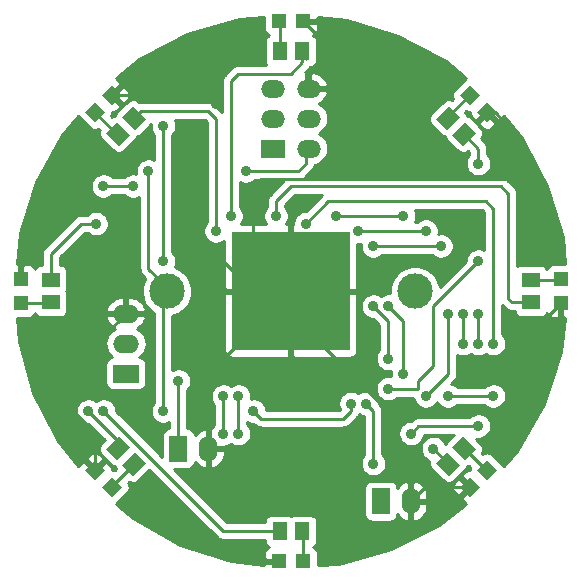
<source format=gbl>
%FSLAX34Y34*%
G04 Gerber Fmt 3.4, Leading zero omitted, Abs format*
G04 (created by PCBNEW (2013-jul-14)-product) date Sunday, 05 January 2014 05:56:02 pm*
%MOIN*%
G01*
G70*
G90*
G04 APERTURE LIST*
%ADD10C,0.005906*%
%ADD11C,0.118110*%
%ADD12R,0.393701X0.393701*%
%ADD13R,0.078700X0.060000*%
%ADD14O,0.078700X0.060000*%
%ADD15R,0.086600X0.060000*%
%ADD16O,0.086600X0.060000*%
%ADD17R,0.060000X0.086600*%
%ADD18O,0.060000X0.086600*%
%ADD19R,0.047200X0.047200*%
%ADD20R,0.059000X0.051200*%
%ADD21R,0.051200X0.059000*%
%ADD22C,0.035000*%
%ADD23C,0.010000*%
G04 APERTURE END LIST*
G54D10*
G54D11*
X72365Y-42000D03*
X80634Y-42000D03*
G54D12*
X76500Y-42000D03*
G54D13*
X75902Y-37250D03*
G54D14*
X77098Y-37250D03*
X75902Y-36250D03*
X77098Y-36250D03*
X75902Y-35250D03*
X77098Y-35250D03*
G54D15*
X71000Y-44750D03*
G54D16*
X71000Y-43750D03*
X71000Y-42750D03*
G54D17*
X79500Y-49000D03*
G54D18*
X80500Y-49000D03*
G54D17*
X72750Y-47250D03*
G54D18*
X73750Y-47250D03*
G54D19*
X85500Y-41587D03*
X85500Y-42413D03*
G54D10*
G36*
X82124Y-35457D02*
X82457Y-35124D01*
X82791Y-35457D01*
X82457Y-35791D01*
X82124Y-35457D01*
X82124Y-35457D01*
G37*
G36*
X82708Y-36042D02*
X83042Y-35708D01*
X83375Y-36042D01*
X83042Y-36375D01*
X82708Y-36042D01*
X82708Y-36042D01*
G37*
G36*
X83042Y-47624D02*
X83375Y-47957D01*
X83042Y-48291D01*
X82708Y-47957D01*
X83042Y-47624D01*
X83042Y-47624D01*
G37*
G36*
X82457Y-48208D02*
X82791Y-48542D01*
X82457Y-48875D01*
X82124Y-48542D01*
X82457Y-48208D01*
X82457Y-48208D01*
G37*
G54D19*
X76087Y-33000D03*
X76913Y-33000D03*
X76913Y-51000D03*
X76087Y-51000D03*
G54D10*
G36*
X69957Y-36375D02*
X69624Y-36042D01*
X69957Y-35708D01*
X70291Y-36042D01*
X69957Y-36375D01*
X69957Y-36375D01*
G37*
G36*
X70542Y-35791D02*
X70208Y-35457D01*
X70542Y-35124D01*
X70875Y-35457D01*
X70542Y-35791D01*
X70542Y-35791D01*
G37*
G36*
X70875Y-48542D02*
X70542Y-48875D01*
X70208Y-48542D01*
X70542Y-48208D01*
X70875Y-48542D01*
X70875Y-48542D01*
G37*
G36*
X70291Y-47957D02*
X69957Y-48291D01*
X69624Y-47957D01*
X69957Y-47624D01*
X70291Y-47957D01*
X70291Y-47957D01*
G37*
G54D19*
X67500Y-42413D03*
X67500Y-41587D03*
G54D20*
X84500Y-41625D03*
X84500Y-42375D03*
G54D10*
G36*
X82124Y-36207D02*
X81707Y-36624D01*
X81345Y-36262D01*
X81762Y-35845D01*
X82124Y-36207D01*
X82124Y-36207D01*
G37*
G36*
X82654Y-36737D02*
X82237Y-37154D01*
X81875Y-36792D01*
X82292Y-36375D01*
X82654Y-36737D01*
X82654Y-36737D01*
G37*
G36*
X82292Y-47624D02*
X81875Y-47207D01*
X82237Y-46845D01*
X82654Y-47262D01*
X82292Y-47624D01*
X82292Y-47624D01*
G37*
G36*
X81762Y-48154D02*
X81345Y-47737D01*
X81707Y-47375D01*
X82124Y-47792D01*
X81762Y-48154D01*
X81762Y-48154D01*
G37*
G54D21*
X76125Y-34000D03*
X76875Y-34000D03*
X76875Y-50000D03*
X76125Y-50000D03*
G54D10*
G36*
X70707Y-36375D02*
X71124Y-36792D01*
X70762Y-37154D01*
X70345Y-36737D01*
X70707Y-36375D01*
X70707Y-36375D01*
G37*
G36*
X71237Y-35845D02*
X71654Y-36262D01*
X71292Y-36624D01*
X70875Y-36207D01*
X71237Y-35845D01*
X71237Y-35845D01*
G37*
G36*
X70875Y-47792D02*
X71292Y-47375D01*
X71654Y-47737D01*
X71237Y-48154D01*
X70875Y-47792D01*
X70875Y-47792D01*
G37*
G36*
X70345Y-47262D02*
X70762Y-46845D01*
X71124Y-47207D01*
X70707Y-47624D01*
X70345Y-47262D01*
X70345Y-47262D01*
G37*
G54D20*
X68500Y-42375D03*
X68500Y-41625D03*
G54D22*
X78500Y-45750D03*
X72250Y-46000D03*
X75250Y-46000D03*
X75000Y-38000D03*
X71750Y-38000D03*
X70000Y-39750D03*
X74500Y-39500D03*
X74000Y-40000D03*
X79750Y-45250D03*
X82750Y-37750D03*
X82750Y-41000D03*
X70250Y-46000D03*
X69750Y-46000D03*
X81250Y-47250D03*
X83250Y-45500D03*
X81750Y-45500D03*
X77000Y-39750D03*
X83250Y-43750D03*
X74250Y-46750D03*
X74250Y-45500D03*
X76000Y-39500D03*
X82250Y-42750D03*
X82250Y-43750D03*
X74750Y-45500D03*
X74750Y-46750D03*
X80500Y-46750D03*
X82750Y-46500D03*
X82750Y-43750D03*
X82750Y-42750D03*
X81000Y-45500D03*
X81750Y-42750D03*
X79750Y-44250D03*
X79250Y-42500D03*
X80250Y-44750D03*
X79750Y-42500D03*
X71250Y-38500D03*
X70250Y-38500D03*
X81000Y-40000D03*
X78750Y-40000D03*
X79250Y-40500D03*
X81500Y-40500D03*
X80250Y-39500D03*
X78000Y-39500D03*
X72250Y-41000D03*
X72250Y-36500D03*
X84000Y-46750D03*
X74000Y-35750D03*
X73500Y-36500D03*
X71500Y-37500D03*
X73000Y-37500D03*
X75250Y-45250D03*
X68000Y-44250D03*
X74500Y-50750D03*
X84500Y-38000D03*
X80000Y-34000D03*
X73250Y-34000D03*
X68250Y-38500D03*
X79000Y-45750D03*
X79250Y-47750D03*
X72750Y-45000D03*
G54D23*
X72250Y-46000D02*
X72250Y-42115D01*
X78500Y-45750D02*
X78500Y-46000D01*
X75500Y-46250D02*
X75250Y-46000D01*
X78250Y-46250D02*
X75500Y-46250D01*
X78500Y-46000D02*
X78250Y-46250D01*
X72250Y-42115D02*
X72365Y-42000D01*
X77000Y-37250D02*
X77000Y-37750D01*
X77000Y-37750D02*
X76750Y-38000D01*
X76750Y-38000D02*
X75000Y-38000D01*
X71750Y-38000D02*
X71750Y-41250D01*
X71750Y-41250D02*
X72365Y-41865D01*
X72365Y-41865D02*
X72365Y-42000D01*
X69500Y-39750D02*
X68500Y-40750D01*
X68500Y-40750D02*
X68500Y-41625D01*
X70000Y-39750D02*
X69500Y-39750D01*
X74750Y-34750D02*
X76500Y-34750D01*
X74500Y-35000D02*
X74750Y-34750D01*
X74500Y-39500D02*
X74500Y-35000D01*
X76875Y-34375D02*
X76875Y-34000D01*
X76500Y-34750D02*
X76875Y-34375D01*
X77000Y-34250D02*
X77000Y-34125D01*
X77000Y-34125D02*
X76875Y-34000D01*
X74000Y-40000D02*
X74000Y-36250D01*
X71500Y-36000D02*
X71265Y-36234D01*
X73750Y-36000D02*
X71500Y-36000D01*
X74000Y-36250D02*
X73750Y-36000D01*
X80750Y-45250D02*
X80750Y-45000D01*
X79750Y-45250D02*
X80750Y-45250D01*
X82750Y-37250D02*
X82265Y-36765D01*
X82750Y-37750D02*
X82750Y-37250D01*
X81250Y-42500D02*
X82750Y-41000D01*
X81250Y-44500D02*
X81250Y-42500D01*
X80750Y-45000D02*
X81250Y-44500D01*
X70250Y-46000D02*
X74250Y-50000D01*
X74250Y-50000D02*
X76125Y-50000D01*
X70734Y-46984D02*
X70734Y-47234D01*
X69750Y-46000D02*
X70734Y-46984D01*
X81734Y-47765D02*
X81734Y-47734D01*
X81734Y-47734D02*
X81250Y-47250D01*
X81750Y-45500D02*
X83250Y-45500D01*
X77000Y-39750D02*
X77750Y-39000D01*
X83000Y-39000D02*
X83250Y-39250D01*
X83250Y-39250D02*
X83250Y-43750D01*
X77750Y-39000D02*
X83000Y-39000D01*
X74250Y-46750D02*
X74250Y-45500D01*
X76500Y-38500D02*
X83500Y-38500D01*
X83875Y-42375D02*
X84500Y-42375D01*
X83500Y-38500D02*
X83750Y-38750D01*
X83750Y-38750D02*
X83750Y-42250D01*
X83750Y-42250D02*
X83875Y-42375D01*
X76000Y-39000D02*
X76500Y-38500D01*
X76000Y-39500D02*
X76000Y-39000D01*
X82250Y-43750D02*
X82250Y-42750D01*
X82750Y-46500D02*
X80750Y-46500D01*
X80750Y-46500D02*
X80500Y-46750D01*
X74750Y-45500D02*
X74750Y-46750D01*
X82750Y-42750D02*
X82750Y-43750D01*
X81750Y-44750D02*
X81000Y-45500D01*
X81750Y-44750D02*
X81750Y-42750D01*
X79250Y-42500D02*
X79750Y-43000D01*
X79750Y-43000D02*
X79750Y-44250D01*
X80250Y-43000D02*
X80250Y-44750D01*
X79750Y-42500D02*
X80250Y-43000D01*
X70250Y-38500D02*
X71250Y-38500D01*
X78750Y-40000D02*
X81000Y-40000D01*
X79250Y-40500D02*
X81500Y-40500D01*
X78000Y-39500D02*
X80250Y-39500D01*
X72250Y-41000D02*
X72250Y-36500D01*
X71000Y-42750D02*
X71000Y-39500D01*
X70750Y-39250D02*
X68250Y-39250D01*
X71000Y-39500D02*
X70750Y-39250D01*
X84250Y-46500D02*
X84000Y-46750D01*
X84250Y-46000D02*
X84250Y-46500D01*
X82457Y-48542D02*
X80957Y-48542D01*
X80957Y-48542D02*
X80500Y-49000D01*
X79750Y-46000D02*
X84250Y-46000D01*
X84750Y-43163D02*
X85500Y-42413D01*
X84750Y-45500D02*
X84750Y-43163D01*
X84250Y-46000D02*
X84750Y-45500D01*
X77750Y-38250D02*
X84250Y-38250D01*
X84250Y-38250D02*
X84500Y-38000D01*
X77000Y-35250D02*
X77750Y-35250D01*
X75250Y-40750D02*
X76500Y-42000D01*
X75250Y-38500D02*
X75250Y-40750D01*
X75500Y-38250D02*
X75250Y-38500D01*
X77750Y-38250D02*
X75500Y-38250D01*
X78000Y-38000D02*
X77750Y-38250D01*
X78000Y-35500D02*
X78000Y-38000D01*
X77750Y-35250D02*
X78000Y-35500D01*
X73000Y-37500D02*
X73000Y-37000D01*
X73707Y-35457D02*
X71792Y-35457D01*
X74000Y-35750D02*
X73707Y-35457D01*
X73000Y-37000D02*
X73500Y-36500D01*
X71792Y-35457D02*
X71750Y-35500D01*
X71750Y-35500D02*
X71750Y-35457D01*
X76500Y-42000D02*
X75250Y-42000D01*
X75250Y-42000D02*
X73000Y-39750D01*
X73000Y-39750D02*
X73000Y-37500D01*
X69250Y-37500D02*
X68250Y-38500D01*
X71500Y-37500D02*
X69250Y-37500D01*
X75250Y-45250D02*
X74250Y-44250D01*
X68750Y-45000D02*
X68000Y-44250D01*
X80500Y-49000D02*
X80500Y-48000D01*
X80500Y-48000D02*
X79750Y-47250D01*
X79750Y-47250D02*
X79750Y-46000D01*
X79750Y-46000D02*
X76500Y-42750D01*
X76500Y-42750D02*
X76500Y-42000D01*
X74750Y-51000D02*
X76087Y-51000D01*
X74500Y-50750D02*
X74750Y-51000D01*
X73750Y-47250D02*
X73750Y-44750D01*
X73750Y-44750D02*
X74250Y-44250D01*
X74250Y-44250D02*
X76500Y-42000D01*
X69957Y-46792D02*
X69957Y-46707D01*
X71000Y-42750D02*
X68750Y-45000D01*
X68750Y-45500D02*
X68750Y-45000D01*
X69957Y-46792D02*
X69957Y-47957D01*
X69957Y-46707D02*
X68750Y-45500D01*
X83042Y-36042D02*
X83292Y-36042D01*
X83292Y-36042D02*
X84000Y-36750D01*
X84000Y-36750D02*
X84000Y-37500D01*
X84000Y-37500D02*
X84500Y-38000D01*
X77750Y-33837D02*
X79837Y-33837D01*
X79837Y-33837D02*
X80000Y-34000D01*
X77000Y-35250D02*
X77000Y-34750D01*
X77750Y-33837D02*
X76913Y-33000D01*
X77750Y-34000D02*
X77750Y-33837D01*
X77000Y-34750D02*
X77750Y-34000D01*
X70542Y-35457D02*
X71750Y-35457D01*
X71750Y-35457D02*
X71792Y-35457D01*
X71792Y-35457D02*
X73250Y-34000D01*
X67500Y-41250D02*
X67500Y-40000D01*
X67500Y-40000D02*
X68250Y-39250D01*
X67500Y-41587D02*
X67500Y-41250D01*
X68250Y-39250D02*
X68250Y-38500D01*
X79000Y-45750D02*
X79250Y-46000D01*
X79250Y-46000D02*
X79250Y-47750D01*
X72750Y-45000D02*
X72750Y-47250D01*
X76913Y-51000D02*
X76913Y-50038D01*
X76913Y-50038D02*
X76875Y-50000D01*
X70734Y-36765D02*
X70681Y-36765D01*
X70681Y-36765D02*
X69957Y-36042D01*
X70542Y-48542D02*
X70542Y-48488D01*
X70542Y-48488D02*
X71265Y-47765D01*
X67500Y-42413D02*
X68462Y-42413D01*
X68462Y-42413D02*
X68500Y-42375D01*
X84500Y-41625D02*
X85462Y-41625D01*
X85462Y-41625D02*
X85500Y-41587D01*
X81734Y-36234D02*
X81734Y-36181D01*
X81734Y-36181D02*
X82457Y-35457D01*
X83042Y-47957D02*
X82988Y-47957D01*
X82988Y-47957D02*
X82265Y-47234D01*
X76125Y-34000D02*
X76125Y-33038D01*
X76125Y-33038D02*
X76087Y-33000D01*
G54D10*
G36*
X72450Y-46567D02*
X72425Y-46567D01*
X72377Y-46576D01*
X72331Y-46595D01*
X72290Y-46622D01*
X72255Y-46657D01*
X72228Y-46698D01*
X72209Y-46744D01*
X72200Y-46792D01*
X72200Y-46841D01*
X72200Y-47525D01*
X71686Y-47012D01*
X71686Y-43753D01*
X71676Y-43646D01*
X71646Y-43543D01*
X71596Y-43448D01*
X71529Y-43365D01*
X71447Y-43296D01*
X71362Y-43249D01*
X71389Y-43238D01*
X71480Y-43179D01*
X71557Y-43103D01*
X71618Y-43013D01*
X71660Y-42914D01*
X71666Y-42885D01*
X71666Y-42614D01*
X71660Y-42585D01*
X71618Y-42486D01*
X71557Y-42396D01*
X71480Y-42320D01*
X71389Y-42261D01*
X71289Y-42220D01*
X71183Y-42200D01*
X71050Y-42200D01*
X71050Y-42700D01*
X71617Y-42700D01*
X71666Y-42614D01*
X71666Y-42885D01*
X71617Y-42800D01*
X71050Y-42800D01*
X71050Y-42807D01*
X70950Y-42807D01*
X70950Y-42800D01*
X70950Y-42700D01*
X70950Y-42200D01*
X70817Y-42200D01*
X70710Y-42220D01*
X70610Y-42261D01*
X70519Y-42320D01*
X70442Y-42396D01*
X70381Y-42486D01*
X70339Y-42585D01*
X70333Y-42614D01*
X70382Y-42700D01*
X70950Y-42700D01*
X70950Y-42800D01*
X70382Y-42800D01*
X70333Y-42885D01*
X70339Y-42914D01*
X70381Y-43013D01*
X70442Y-43103D01*
X70519Y-43179D01*
X70610Y-43238D01*
X70637Y-43250D01*
X70559Y-43291D01*
X70476Y-43359D01*
X70407Y-43442D01*
X70356Y-43536D01*
X70324Y-43639D01*
X70313Y-43746D01*
X70323Y-43853D01*
X70353Y-43956D01*
X70403Y-44051D01*
X70470Y-44134D01*
X70548Y-44200D01*
X70542Y-44200D01*
X70494Y-44209D01*
X70448Y-44228D01*
X70407Y-44255D01*
X70372Y-44290D01*
X70345Y-44331D01*
X70326Y-44377D01*
X70317Y-44425D01*
X70317Y-44474D01*
X70317Y-45074D01*
X70326Y-45122D01*
X70345Y-45168D01*
X70372Y-45209D01*
X70407Y-45244D01*
X70448Y-45271D01*
X70494Y-45290D01*
X70542Y-45300D01*
X70591Y-45300D01*
X71457Y-45300D01*
X71505Y-45290D01*
X71551Y-45271D01*
X71592Y-45244D01*
X71627Y-45209D01*
X71654Y-45168D01*
X71673Y-45122D01*
X71683Y-45074D01*
X71683Y-45025D01*
X71683Y-44425D01*
X71673Y-44377D01*
X71654Y-44331D01*
X71627Y-44290D01*
X71592Y-44255D01*
X71551Y-44228D01*
X71505Y-44209D01*
X71457Y-44200D01*
X71450Y-44200D01*
X71523Y-44140D01*
X71592Y-44057D01*
X71643Y-43963D01*
X71675Y-43860D01*
X71686Y-43753D01*
X71686Y-47012D01*
X70674Y-46000D01*
X70675Y-45958D01*
X70658Y-45876D01*
X70627Y-45799D01*
X70580Y-45730D01*
X70522Y-45670D01*
X70453Y-45624D01*
X70376Y-45592D01*
X70294Y-45575D01*
X70211Y-45574D01*
X70129Y-45590D01*
X70052Y-45621D01*
X69999Y-45655D01*
X69953Y-45624D01*
X69876Y-45592D01*
X69794Y-45575D01*
X69711Y-45574D01*
X69629Y-45590D01*
X69552Y-45621D01*
X69482Y-45667D01*
X69422Y-45725D01*
X69375Y-45794D01*
X69342Y-45870D01*
X69325Y-45952D01*
X69324Y-46035D01*
X69339Y-46117D01*
X69370Y-46195D01*
X69415Y-46265D01*
X69473Y-46325D01*
X69541Y-46372D01*
X69618Y-46406D01*
X69699Y-46424D01*
X69750Y-46425D01*
X70289Y-46964D01*
X70151Y-47103D01*
X70123Y-47143D01*
X70104Y-47189D01*
X70095Y-47237D01*
X70095Y-47287D01*
X70104Y-47335D01*
X70123Y-47380D01*
X70151Y-47421D01*
X70185Y-47456D01*
X70547Y-47818D01*
X70588Y-47845D01*
X70634Y-47864D01*
X70635Y-47864D01*
X70635Y-47865D01*
X70654Y-47911D01*
X70670Y-47935D01*
X70631Y-47974D01*
X70614Y-47967D01*
X70566Y-47958D01*
X70541Y-47958D01*
X70541Y-47933D01*
X70532Y-47885D01*
X70513Y-47839D01*
X70485Y-47798D01*
X70381Y-47693D01*
X70292Y-47693D01*
X70222Y-47764D01*
X70222Y-47623D01*
X70222Y-47534D01*
X70117Y-47430D01*
X70076Y-47402D01*
X70030Y-47383D01*
X69982Y-47374D01*
X69933Y-47374D01*
X69885Y-47383D01*
X69839Y-47402D01*
X69798Y-47430D01*
X69763Y-47464D01*
X69693Y-47534D01*
X69693Y-47623D01*
X69957Y-47887D01*
X70222Y-47623D01*
X70222Y-47764D01*
X70028Y-47957D01*
X70034Y-47963D01*
X69963Y-48034D01*
X69957Y-48028D01*
X69952Y-48034D01*
X69881Y-47963D01*
X69887Y-47957D01*
X69623Y-47693D01*
X69534Y-47693D01*
X69464Y-47763D01*
X69430Y-47798D01*
X69404Y-47836D01*
X68741Y-47000D01*
X67917Y-45397D01*
X67421Y-43666D01*
X67356Y-42899D01*
X67760Y-42899D01*
X67808Y-42889D01*
X67854Y-42870D01*
X67895Y-42843D01*
X67930Y-42808D01*
X67957Y-42767D01*
X67974Y-42727D01*
X67983Y-42749D01*
X68010Y-42790D01*
X68045Y-42825D01*
X68086Y-42852D01*
X68132Y-42871D01*
X68180Y-42881D01*
X68229Y-42881D01*
X68819Y-42881D01*
X68867Y-42871D01*
X68913Y-42852D01*
X68954Y-42825D01*
X68989Y-42790D01*
X69016Y-42749D01*
X69035Y-42703D01*
X69045Y-42655D01*
X69045Y-42606D01*
X69045Y-42094D01*
X69035Y-42046D01*
X69016Y-42000D01*
X69016Y-42000D01*
X69016Y-41999D01*
X69035Y-41953D01*
X69045Y-41905D01*
X69045Y-41856D01*
X69045Y-41344D01*
X69035Y-41296D01*
X69016Y-41250D01*
X68989Y-41209D01*
X68954Y-41174D01*
X68913Y-41147D01*
X68867Y-41128D01*
X68819Y-41119D01*
X68800Y-41119D01*
X68800Y-40874D01*
X69624Y-40050D01*
X69698Y-40050D01*
X69723Y-40075D01*
X69791Y-40122D01*
X69868Y-40156D01*
X69949Y-40174D01*
X70032Y-40175D01*
X70114Y-40161D01*
X70192Y-40131D01*
X70262Y-40086D01*
X70323Y-40029D01*
X70371Y-39960D01*
X70405Y-39884D01*
X70423Y-39803D01*
X70425Y-39708D01*
X70408Y-39626D01*
X70377Y-39549D01*
X70330Y-39480D01*
X70272Y-39420D01*
X70203Y-39374D01*
X70126Y-39342D01*
X70044Y-39325D01*
X69961Y-39324D01*
X69879Y-39340D01*
X69802Y-39371D01*
X69732Y-39417D01*
X69698Y-39450D01*
X69500Y-39450D01*
X69472Y-39452D01*
X69444Y-39455D01*
X69443Y-39455D01*
X69441Y-39455D01*
X69415Y-39463D01*
X69388Y-39471D01*
X69387Y-39472D01*
X69385Y-39472D01*
X69361Y-39485D01*
X69336Y-39498D01*
X69335Y-39499D01*
X69333Y-39500D01*
X69312Y-39517D01*
X69290Y-39534D01*
X69288Y-39537D01*
X69288Y-39537D01*
X69288Y-39537D01*
X69287Y-39537D01*
X68287Y-40537D01*
X68270Y-40559D01*
X68252Y-40580D01*
X68251Y-40581D01*
X68250Y-40583D01*
X68237Y-40607D01*
X68224Y-40631D01*
X68223Y-40633D01*
X68223Y-40634D01*
X68214Y-40661D01*
X68206Y-40687D01*
X68206Y-40689D01*
X68205Y-40690D01*
X68203Y-40718D01*
X68200Y-40745D01*
X68200Y-40748D01*
X68200Y-40748D01*
X68200Y-40749D01*
X68200Y-40750D01*
X68200Y-41119D01*
X68180Y-41119D01*
X68132Y-41128D01*
X68086Y-41147D01*
X68045Y-41174D01*
X68010Y-41209D01*
X67983Y-41250D01*
X67974Y-41272D01*
X67957Y-41232D01*
X67930Y-41191D01*
X67895Y-41156D01*
X67854Y-41129D01*
X67808Y-41110D01*
X67760Y-41101D01*
X67711Y-41101D01*
X67612Y-41101D01*
X67550Y-41163D01*
X67550Y-41537D01*
X67557Y-41537D01*
X67557Y-41637D01*
X67550Y-41637D01*
X67550Y-41644D01*
X67450Y-41644D01*
X67450Y-41637D01*
X67442Y-41637D01*
X67442Y-41537D01*
X67450Y-41537D01*
X67450Y-41163D01*
X67387Y-41101D01*
X67356Y-41101D01*
X67471Y-40080D01*
X68016Y-38363D01*
X68883Y-36785D01*
X69405Y-36164D01*
X69430Y-36201D01*
X69464Y-36236D01*
X69798Y-36569D01*
X69839Y-36597D01*
X69885Y-36616D01*
X69933Y-36625D01*
X69982Y-36625D01*
X70030Y-36616D01*
X70076Y-36597D01*
X70083Y-36592D01*
X70119Y-36628D01*
X70104Y-36664D01*
X70095Y-36712D01*
X70095Y-36762D01*
X70104Y-36810D01*
X70123Y-36856D01*
X70151Y-36896D01*
X70185Y-36931D01*
X70603Y-37348D01*
X70643Y-37376D01*
X70689Y-37395D01*
X70737Y-37404D01*
X70787Y-37404D01*
X70835Y-37395D01*
X70880Y-37376D01*
X70921Y-37348D01*
X70956Y-37314D01*
X71318Y-36952D01*
X71345Y-36911D01*
X71364Y-36865D01*
X71364Y-36864D01*
X71365Y-36864D01*
X71411Y-36845D01*
X71452Y-36818D01*
X71486Y-36783D01*
X71827Y-36443D01*
X71825Y-36452D01*
X71824Y-36535D01*
X71839Y-36617D01*
X71870Y-36695D01*
X71915Y-36765D01*
X71950Y-36801D01*
X71950Y-37623D01*
X71876Y-37592D01*
X71794Y-37575D01*
X71711Y-37574D01*
X71629Y-37590D01*
X71552Y-37621D01*
X71482Y-37667D01*
X71422Y-37725D01*
X71375Y-37794D01*
X71342Y-37870D01*
X71325Y-37952D01*
X71324Y-38035D01*
X71333Y-38083D01*
X71294Y-38075D01*
X71211Y-38074D01*
X71129Y-38090D01*
X71052Y-38121D01*
X70982Y-38167D01*
X70948Y-38200D01*
X70551Y-38200D01*
X70522Y-38170D01*
X70453Y-38124D01*
X70376Y-38092D01*
X70294Y-38075D01*
X70211Y-38074D01*
X70129Y-38090D01*
X70052Y-38121D01*
X69982Y-38167D01*
X69922Y-38225D01*
X69875Y-38294D01*
X69842Y-38370D01*
X69825Y-38452D01*
X69824Y-38535D01*
X69839Y-38617D01*
X69870Y-38695D01*
X69915Y-38765D01*
X69973Y-38825D01*
X70041Y-38872D01*
X70118Y-38906D01*
X70199Y-38924D01*
X70282Y-38925D01*
X70364Y-38911D01*
X70442Y-38881D01*
X70512Y-38836D01*
X70551Y-38800D01*
X70948Y-38800D01*
X70973Y-38825D01*
X71041Y-38872D01*
X71118Y-38906D01*
X71199Y-38924D01*
X71282Y-38925D01*
X71364Y-38911D01*
X71442Y-38881D01*
X71450Y-38876D01*
X71450Y-41250D01*
X71452Y-41277D01*
X71455Y-41305D01*
X71455Y-41306D01*
X71455Y-41308D01*
X71463Y-41334D01*
X71471Y-41361D01*
X71472Y-41362D01*
X71472Y-41364D01*
X71485Y-41388D01*
X71498Y-41413D01*
X71499Y-41414D01*
X71500Y-41416D01*
X71517Y-41437D01*
X71534Y-41459D01*
X71537Y-41461D01*
X71537Y-41461D01*
X71537Y-41461D01*
X71537Y-41462D01*
X71643Y-41567D01*
X71625Y-41593D01*
X71560Y-41744D01*
X71526Y-41905D01*
X71524Y-42070D01*
X71554Y-42232D01*
X71614Y-42386D01*
X71704Y-42524D01*
X71818Y-42643D01*
X71950Y-42734D01*
X71950Y-45698D01*
X71922Y-45725D01*
X71875Y-45794D01*
X71842Y-45870D01*
X71825Y-45952D01*
X71824Y-46035D01*
X71839Y-46117D01*
X71870Y-46195D01*
X71915Y-46265D01*
X71973Y-46325D01*
X72041Y-46372D01*
X72118Y-46406D01*
X72199Y-46424D01*
X72282Y-46425D01*
X72364Y-46411D01*
X72442Y-46381D01*
X72450Y-46376D01*
X72450Y-46567D01*
X72450Y-46567D01*
G37*
G54D23*
X72450Y-46567D02*
X72425Y-46567D01*
X72377Y-46576D01*
X72331Y-46595D01*
X72290Y-46622D01*
X72255Y-46657D01*
X72228Y-46698D01*
X72209Y-46744D01*
X72200Y-46792D01*
X72200Y-46841D01*
X72200Y-47525D01*
X71686Y-47012D01*
X71686Y-43753D01*
X71676Y-43646D01*
X71646Y-43543D01*
X71596Y-43448D01*
X71529Y-43365D01*
X71447Y-43296D01*
X71362Y-43249D01*
X71389Y-43238D01*
X71480Y-43179D01*
X71557Y-43103D01*
X71618Y-43013D01*
X71660Y-42914D01*
X71666Y-42885D01*
X71666Y-42614D01*
X71660Y-42585D01*
X71618Y-42486D01*
X71557Y-42396D01*
X71480Y-42320D01*
X71389Y-42261D01*
X71289Y-42220D01*
X71183Y-42200D01*
X71050Y-42200D01*
X71050Y-42700D01*
X71617Y-42700D01*
X71666Y-42614D01*
X71666Y-42885D01*
X71617Y-42800D01*
X71050Y-42800D01*
X71050Y-42807D01*
X70950Y-42807D01*
X70950Y-42800D01*
X70950Y-42700D01*
X70950Y-42200D01*
X70817Y-42200D01*
X70710Y-42220D01*
X70610Y-42261D01*
X70519Y-42320D01*
X70442Y-42396D01*
X70381Y-42486D01*
X70339Y-42585D01*
X70333Y-42614D01*
X70382Y-42700D01*
X70950Y-42700D01*
X70950Y-42800D01*
X70382Y-42800D01*
X70333Y-42885D01*
X70339Y-42914D01*
X70381Y-43013D01*
X70442Y-43103D01*
X70519Y-43179D01*
X70610Y-43238D01*
X70637Y-43250D01*
X70559Y-43291D01*
X70476Y-43359D01*
X70407Y-43442D01*
X70356Y-43536D01*
X70324Y-43639D01*
X70313Y-43746D01*
X70323Y-43853D01*
X70353Y-43956D01*
X70403Y-44051D01*
X70470Y-44134D01*
X70548Y-44200D01*
X70542Y-44200D01*
X70494Y-44209D01*
X70448Y-44228D01*
X70407Y-44255D01*
X70372Y-44290D01*
X70345Y-44331D01*
X70326Y-44377D01*
X70317Y-44425D01*
X70317Y-44474D01*
X70317Y-45074D01*
X70326Y-45122D01*
X70345Y-45168D01*
X70372Y-45209D01*
X70407Y-45244D01*
X70448Y-45271D01*
X70494Y-45290D01*
X70542Y-45300D01*
X70591Y-45300D01*
X71457Y-45300D01*
X71505Y-45290D01*
X71551Y-45271D01*
X71592Y-45244D01*
X71627Y-45209D01*
X71654Y-45168D01*
X71673Y-45122D01*
X71683Y-45074D01*
X71683Y-45025D01*
X71683Y-44425D01*
X71673Y-44377D01*
X71654Y-44331D01*
X71627Y-44290D01*
X71592Y-44255D01*
X71551Y-44228D01*
X71505Y-44209D01*
X71457Y-44200D01*
X71450Y-44200D01*
X71523Y-44140D01*
X71592Y-44057D01*
X71643Y-43963D01*
X71675Y-43860D01*
X71686Y-43753D01*
X71686Y-47012D01*
X70674Y-46000D01*
X70675Y-45958D01*
X70658Y-45876D01*
X70627Y-45799D01*
X70580Y-45730D01*
X70522Y-45670D01*
X70453Y-45624D01*
X70376Y-45592D01*
X70294Y-45575D01*
X70211Y-45574D01*
X70129Y-45590D01*
X70052Y-45621D01*
X69999Y-45655D01*
X69953Y-45624D01*
X69876Y-45592D01*
X69794Y-45575D01*
X69711Y-45574D01*
X69629Y-45590D01*
X69552Y-45621D01*
X69482Y-45667D01*
X69422Y-45725D01*
X69375Y-45794D01*
X69342Y-45870D01*
X69325Y-45952D01*
X69324Y-46035D01*
X69339Y-46117D01*
X69370Y-46195D01*
X69415Y-46265D01*
X69473Y-46325D01*
X69541Y-46372D01*
X69618Y-46406D01*
X69699Y-46424D01*
X69750Y-46425D01*
X70289Y-46964D01*
X70151Y-47103D01*
X70123Y-47143D01*
X70104Y-47189D01*
X70095Y-47237D01*
X70095Y-47287D01*
X70104Y-47335D01*
X70123Y-47380D01*
X70151Y-47421D01*
X70185Y-47456D01*
X70547Y-47818D01*
X70588Y-47845D01*
X70634Y-47864D01*
X70635Y-47864D01*
X70635Y-47865D01*
X70654Y-47911D01*
X70670Y-47935D01*
X70631Y-47974D01*
X70614Y-47967D01*
X70566Y-47958D01*
X70541Y-47958D01*
X70541Y-47933D01*
X70532Y-47885D01*
X70513Y-47839D01*
X70485Y-47798D01*
X70381Y-47693D01*
X70292Y-47693D01*
X70222Y-47764D01*
X70222Y-47623D01*
X70222Y-47534D01*
X70117Y-47430D01*
X70076Y-47402D01*
X70030Y-47383D01*
X69982Y-47374D01*
X69933Y-47374D01*
X69885Y-47383D01*
X69839Y-47402D01*
X69798Y-47430D01*
X69763Y-47464D01*
X69693Y-47534D01*
X69693Y-47623D01*
X69957Y-47887D01*
X70222Y-47623D01*
X70222Y-47764D01*
X70028Y-47957D01*
X70034Y-47963D01*
X69963Y-48034D01*
X69957Y-48028D01*
X69952Y-48034D01*
X69881Y-47963D01*
X69887Y-47957D01*
X69623Y-47693D01*
X69534Y-47693D01*
X69464Y-47763D01*
X69430Y-47798D01*
X69404Y-47836D01*
X68741Y-47000D01*
X67917Y-45397D01*
X67421Y-43666D01*
X67356Y-42899D01*
X67760Y-42899D01*
X67808Y-42889D01*
X67854Y-42870D01*
X67895Y-42843D01*
X67930Y-42808D01*
X67957Y-42767D01*
X67974Y-42727D01*
X67983Y-42749D01*
X68010Y-42790D01*
X68045Y-42825D01*
X68086Y-42852D01*
X68132Y-42871D01*
X68180Y-42881D01*
X68229Y-42881D01*
X68819Y-42881D01*
X68867Y-42871D01*
X68913Y-42852D01*
X68954Y-42825D01*
X68989Y-42790D01*
X69016Y-42749D01*
X69035Y-42703D01*
X69045Y-42655D01*
X69045Y-42606D01*
X69045Y-42094D01*
X69035Y-42046D01*
X69016Y-42000D01*
X69016Y-42000D01*
X69016Y-41999D01*
X69035Y-41953D01*
X69045Y-41905D01*
X69045Y-41856D01*
X69045Y-41344D01*
X69035Y-41296D01*
X69016Y-41250D01*
X68989Y-41209D01*
X68954Y-41174D01*
X68913Y-41147D01*
X68867Y-41128D01*
X68819Y-41119D01*
X68800Y-41119D01*
X68800Y-40874D01*
X69624Y-40050D01*
X69698Y-40050D01*
X69723Y-40075D01*
X69791Y-40122D01*
X69868Y-40156D01*
X69949Y-40174D01*
X70032Y-40175D01*
X70114Y-40161D01*
X70192Y-40131D01*
X70262Y-40086D01*
X70323Y-40029D01*
X70371Y-39960D01*
X70405Y-39884D01*
X70423Y-39803D01*
X70425Y-39708D01*
X70408Y-39626D01*
X70377Y-39549D01*
X70330Y-39480D01*
X70272Y-39420D01*
X70203Y-39374D01*
X70126Y-39342D01*
X70044Y-39325D01*
X69961Y-39324D01*
X69879Y-39340D01*
X69802Y-39371D01*
X69732Y-39417D01*
X69698Y-39450D01*
X69500Y-39450D01*
X69472Y-39452D01*
X69444Y-39455D01*
X69443Y-39455D01*
X69441Y-39455D01*
X69415Y-39463D01*
X69388Y-39471D01*
X69387Y-39472D01*
X69385Y-39472D01*
X69361Y-39485D01*
X69336Y-39498D01*
X69335Y-39499D01*
X69333Y-39500D01*
X69312Y-39517D01*
X69290Y-39534D01*
X69288Y-39537D01*
X69288Y-39537D01*
X69288Y-39537D01*
X69287Y-39537D01*
X68287Y-40537D01*
X68270Y-40559D01*
X68252Y-40580D01*
X68251Y-40581D01*
X68250Y-40583D01*
X68237Y-40607D01*
X68224Y-40631D01*
X68223Y-40633D01*
X68223Y-40634D01*
X68214Y-40661D01*
X68206Y-40687D01*
X68206Y-40689D01*
X68205Y-40690D01*
X68203Y-40718D01*
X68200Y-40745D01*
X68200Y-40748D01*
X68200Y-40748D01*
X68200Y-40749D01*
X68200Y-40750D01*
X68200Y-41119D01*
X68180Y-41119D01*
X68132Y-41128D01*
X68086Y-41147D01*
X68045Y-41174D01*
X68010Y-41209D01*
X67983Y-41250D01*
X67974Y-41272D01*
X67957Y-41232D01*
X67930Y-41191D01*
X67895Y-41156D01*
X67854Y-41129D01*
X67808Y-41110D01*
X67760Y-41101D01*
X67711Y-41101D01*
X67612Y-41101D01*
X67550Y-41163D01*
X67550Y-41537D01*
X67557Y-41537D01*
X67557Y-41637D01*
X67550Y-41637D01*
X67550Y-41644D01*
X67450Y-41644D01*
X67450Y-41637D01*
X67442Y-41637D01*
X67442Y-41537D01*
X67450Y-41537D01*
X67450Y-41163D01*
X67387Y-41101D01*
X67356Y-41101D01*
X67471Y-40080D01*
X68016Y-38363D01*
X68883Y-36785D01*
X69405Y-36164D01*
X69430Y-36201D01*
X69464Y-36236D01*
X69798Y-36569D01*
X69839Y-36597D01*
X69885Y-36616D01*
X69933Y-36625D01*
X69982Y-36625D01*
X70030Y-36616D01*
X70076Y-36597D01*
X70083Y-36592D01*
X70119Y-36628D01*
X70104Y-36664D01*
X70095Y-36712D01*
X70095Y-36762D01*
X70104Y-36810D01*
X70123Y-36856D01*
X70151Y-36896D01*
X70185Y-36931D01*
X70603Y-37348D01*
X70643Y-37376D01*
X70689Y-37395D01*
X70737Y-37404D01*
X70787Y-37404D01*
X70835Y-37395D01*
X70880Y-37376D01*
X70921Y-37348D01*
X70956Y-37314D01*
X71318Y-36952D01*
X71345Y-36911D01*
X71364Y-36865D01*
X71364Y-36864D01*
X71365Y-36864D01*
X71411Y-36845D01*
X71452Y-36818D01*
X71486Y-36783D01*
X71827Y-36443D01*
X71825Y-36452D01*
X71824Y-36535D01*
X71839Y-36617D01*
X71870Y-36695D01*
X71915Y-36765D01*
X71950Y-36801D01*
X71950Y-37623D01*
X71876Y-37592D01*
X71794Y-37575D01*
X71711Y-37574D01*
X71629Y-37590D01*
X71552Y-37621D01*
X71482Y-37667D01*
X71422Y-37725D01*
X71375Y-37794D01*
X71342Y-37870D01*
X71325Y-37952D01*
X71324Y-38035D01*
X71333Y-38083D01*
X71294Y-38075D01*
X71211Y-38074D01*
X71129Y-38090D01*
X71052Y-38121D01*
X70982Y-38167D01*
X70948Y-38200D01*
X70551Y-38200D01*
X70522Y-38170D01*
X70453Y-38124D01*
X70376Y-38092D01*
X70294Y-38075D01*
X70211Y-38074D01*
X70129Y-38090D01*
X70052Y-38121D01*
X69982Y-38167D01*
X69922Y-38225D01*
X69875Y-38294D01*
X69842Y-38370D01*
X69825Y-38452D01*
X69824Y-38535D01*
X69839Y-38617D01*
X69870Y-38695D01*
X69915Y-38765D01*
X69973Y-38825D01*
X70041Y-38872D01*
X70118Y-38906D01*
X70199Y-38924D01*
X70282Y-38925D01*
X70364Y-38911D01*
X70442Y-38881D01*
X70512Y-38836D01*
X70551Y-38800D01*
X70948Y-38800D01*
X70973Y-38825D01*
X71041Y-38872D01*
X71118Y-38906D01*
X71199Y-38924D01*
X71282Y-38925D01*
X71364Y-38911D01*
X71442Y-38881D01*
X71450Y-38876D01*
X71450Y-41250D01*
X71452Y-41277D01*
X71455Y-41305D01*
X71455Y-41306D01*
X71455Y-41308D01*
X71463Y-41334D01*
X71471Y-41361D01*
X71472Y-41362D01*
X71472Y-41364D01*
X71485Y-41388D01*
X71498Y-41413D01*
X71499Y-41414D01*
X71500Y-41416D01*
X71517Y-41437D01*
X71534Y-41459D01*
X71537Y-41461D01*
X71537Y-41461D01*
X71537Y-41461D01*
X71537Y-41462D01*
X71643Y-41567D01*
X71625Y-41593D01*
X71560Y-41744D01*
X71526Y-41905D01*
X71524Y-42070D01*
X71554Y-42232D01*
X71614Y-42386D01*
X71704Y-42524D01*
X71818Y-42643D01*
X71950Y-42734D01*
X71950Y-45698D01*
X71922Y-45725D01*
X71875Y-45794D01*
X71842Y-45870D01*
X71825Y-45952D01*
X71824Y-46035D01*
X71839Y-46117D01*
X71870Y-46195D01*
X71915Y-46265D01*
X71973Y-46325D01*
X72041Y-46372D01*
X72118Y-46406D01*
X72199Y-46424D01*
X72282Y-46425D01*
X72364Y-46411D01*
X72442Y-46381D01*
X72450Y-46376D01*
X72450Y-46567D01*
G54D10*
G36*
X75772Y-33474D02*
X75750Y-33483D01*
X75709Y-33510D01*
X75674Y-33545D01*
X75647Y-33586D01*
X75628Y-33632D01*
X75619Y-33680D01*
X75619Y-33729D01*
X75619Y-34319D01*
X75628Y-34367D01*
X75647Y-34413D01*
X75671Y-34450D01*
X74750Y-34450D01*
X74722Y-34452D01*
X74694Y-34455D01*
X74693Y-34455D01*
X74691Y-34455D01*
X74665Y-34463D01*
X74638Y-34471D01*
X74637Y-34472D01*
X74635Y-34472D01*
X74611Y-34485D01*
X74586Y-34498D01*
X74585Y-34499D01*
X74583Y-34500D01*
X74562Y-34517D01*
X74540Y-34534D01*
X74538Y-34537D01*
X74538Y-34537D01*
X74538Y-34537D01*
X74537Y-34537D01*
X74287Y-34787D01*
X74270Y-34809D01*
X74252Y-34830D01*
X74251Y-34831D01*
X74250Y-34833D01*
X74237Y-34857D01*
X74224Y-34881D01*
X74223Y-34883D01*
X74223Y-34884D01*
X74214Y-34911D01*
X74206Y-34937D01*
X74206Y-34939D01*
X74205Y-34940D01*
X74203Y-34968D01*
X74200Y-34995D01*
X74200Y-34998D01*
X74200Y-34998D01*
X74200Y-34999D01*
X74200Y-35000D01*
X74200Y-36025D01*
X73962Y-35787D01*
X73940Y-35770D01*
X73919Y-35752D01*
X73918Y-35751D01*
X73916Y-35750D01*
X73892Y-35737D01*
X73868Y-35724D01*
X73866Y-35723D01*
X73865Y-35723D01*
X73838Y-35714D01*
X73812Y-35706D01*
X73810Y-35706D01*
X73809Y-35705D01*
X73781Y-35703D01*
X73754Y-35700D01*
X73751Y-35700D01*
X73751Y-35700D01*
X73750Y-35700D01*
X73750Y-35700D01*
X71500Y-35700D01*
X71472Y-35702D01*
X71450Y-35704D01*
X71396Y-35651D01*
X71356Y-35623D01*
X71310Y-35604D01*
X71262Y-35595D01*
X71212Y-35595D01*
X71164Y-35604D01*
X71125Y-35620D01*
X71125Y-35482D01*
X71125Y-35433D01*
X71116Y-35385D01*
X71097Y-35339D01*
X71069Y-35298D01*
X71035Y-35263D01*
X70965Y-35193D01*
X70876Y-35193D01*
X70612Y-35457D01*
X70876Y-35722D01*
X70965Y-35722D01*
X71069Y-35617D01*
X71097Y-35576D01*
X71116Y-35530D01*
X71125Y-35482D01*
X71125Y-35620D01*
X71119Y-35623D01*
X71078Y-35651D01*
X71043Y-35685D01*
X70681Y-36047D01*
X70654Y-36088D01*
X70635Y-36134D01*
X70635Y-36135D01*
X70634Y-36135D01*
X70588Y-36154D01*
X70547Y-36181D01*
X70534Y-36194D01*
X70508Y-36168D01*
X70513Y-36160D01*
X70532Y-36114D01*
X70541Y-36066D01*
X70541Y-36041D01*
X70566Y-36041D01*
X70614Y-36032D01*
X70660Y-36013D01*
X70701Y-35985D01*
X70806Y-35881D01*
X70806Y-35792D01*
X70542Y-35528D01*
X70536Y-35534D01*
X70465Y-35463D01*
X70471Y-35457D01*
X70465Y-35452D01*
X70536Y-35381D01*
X70542Y-35387D01*
X70806Y-35123D01*
X70806Y-35034D01*
X70736Y-34964D01*
X70701Y-34930D01*
X70663Y-34905D01*
X71445Y-34276D01*
X73042Y-33441D01*
X74770Y-32933D01*
X75601Y-32857D01*
X75601Y-33260D01*
X75610Y-33308D01*
X75629Y-33354D01*
X75656Y-33395D01*
X75691Y-33430D01*
X75732Y-33457D01*
X75772Y-33474D01*
X75772Y-33474D01*
G37*
G54D23*
X75772Y-33474D02*
X75750Y-33483D01*
X75709Y-33510D01*
X75674Y-33545D01*
X75647Y-33586D01*
X75628Y-33632D01*
X75619Y-33680D01*
X75619Y-33729D01*
X75619Y-34319D01*
X75628Y-34367D01*
X75647Y-34413D01*
X75671Y-34450D01*
X74750Y-34450D01*
X74722Y-34452D01*
X74694Y-34455D01*
X74693Y-34455D01*
X74691Y-34455D01*
X74665Y-34463D01*
X74638Y-34471D01*
X74637Y-34472D01*
X74635Y-34472D01*
X74611Y-34485D01*
X74586Y-34498D01*
X74585Y-34499D01*
X74583Y-34500D01*
X74562Y-34517D01*
X74540Y-34534D01*
X74538Y-34537D01*
X74538Y-34537D01*
X74538Y-34537D01*
X74537Y-34537D01*
X74287Y-34787D01*
X74270Y-34809D01*
X74252Y-34830D01*
X74251Y-34831D01*
X74250Y-34833D01*
X74237Y-34857D01*
X74224Y-34881D01*
X74223Y-34883D01*
X74223Y-34884D01*
X74214Y-34911D01*
X74206Y-34937D01*
X74206Y-34939D01*
X74205Y-34940D01*
X74203Y-34968D01*
X74200Y-34995D01*
X74200Y-34998D01*
X74200Y-34998D01*
X74200Y-34999D01*
X74200Y-35000D01*
X74200Y-36025D01*
X73962Y-35787D01*
X73940Y-35770D01*
X73919Y-35752D01*
X73918Y-35751D01*
X73916Y-35750D01*
X73892Y-35737D01*
X73868Y-35724D01*
X73866Y-35723D01*
X73865Y-35723D01*
X73838Y-35714D01*
X73812Y-35706D01*
X73810Y-35706D01*
X73809Y-35705D01*
X73781Y-35703D01*
X73754Y-35700D01*
X73751Y-35700D01*
X73751Y-35700D01*
X73750Y-35700D01*
X73750Y-35700D01*
X71500Y-35700D01*
X71472Y-35702D01*
X71450Y-35704D01*
X71396Y-35651D01*
X71356Y-35623D01*
X71310Y-35604D01*
X71262Y-35595D01*
X71212Y-35595D01*
X71164Y-35604D01*
X71125Y-35620D01*
X71125Y-35482D01*
X71125Y-35433D01*
X71116Y-35385D01*
X71097Y-35339D01*
X71069Y-35298D01*
X71035Y-35263D01*
X70965Y-35193D01*
X70876Y-35193D01*
X70612Y-35457D01*
X70876Y-35722D01*
X70965Y-35722D01*
X71069Y-35617D01*
X71097Y-35576D01*
X71116Y-35530D01*
X71125Y-35482D01*
X71125Y-35620D01*
X71119Y-35623D01*
X71078Y-35651D01*
X71043Y-35685D01*
X70681Y-36047D01*
X70654Y-36088D01*
X70635Y-36134D01*
X70635Y-36135D01*
X70634Y-36135D01*
X70588Y-36154D01*
X70547Y-36181D01*
X70534Y-36194D01*
X70508Y-36168D01*
X70513Y-36160D01*
X70532Y-36114D01*
X70541Y-36066D01*
X70541Y-36041D01*
X70566Y-36041D01*
X70614Y-36032D01*
X70660Y-36013D01*
X70701Y-35985D01*
X70806Y-35881D01*
X70806Y-35792D01*
X70542Y-35528D01*
X70536Y-35534D01*
X70465Y-35463D01*
X70471Y-35457D01*
X70465Y-35452D01*
X70536Y-35381D01*
X70542Y-35387D01*
X70806Y-35123D01*
X70806Y-35034D01*
X70736Y-34964D01*
X70701Y-34930D01*
X70663Y-34905D01*
X71445Y-34276D01*
X73042Y-33441D01*
X74770Y-32933D01*
X75601Y-32857D01*
X75601Y-33260D01*
X75610Y-33308D01*
X75629Y-33354D01*
X75656Y-33395D01*
X75691Y-33430D01*
X75732Y-33457D01*
X75772Y-33474D01*
G54D10*
G36*
X76144Y-51050D02*
X76137Y-51050D01*
X76137Y-51057D01*
X76037Y-51057D01*
X76037Y-51050D01*
X75663Y-51050D01*
X75601Y-51112D01*
X75601Y-51144D01*
X74517Y-51014D01*
X72804Y-50458D01*
X71232Y-49579D01*
X70663Y-49095D01*
X70701Y-49069D01*
X70736Y-49035D01*
X71069Y-48701D01*
X71097Y-48660D01*
X71116Y-48614D01*
X71125Y-48566D01*
X71125Y-48517D01*
X71116Y-48469D01*
X71097Y-48423D01*
X71070Y-48383D01*
X71094Y-48359D01*
X71119Y-48376D01*
X71164Y-48395D01*
X71212Y-48404D01*
X71262Y-48404D01*
X71310Y-48395D01*
X71356Y-48376D01*
X71396Y-48348D01*
X71431Y-48314D01*
X71785Y-47960D01*
X74037Y-50212D01*
X74059Y-50229D01*
X74080Y-50247D01*
X74081Y-50248D01*
X74083Y-50249D01*
X74107Y-50262D01*
X74131Y-50275D01*
X74133Y-50276D01*
X74134Y-50276D01*
X74161Y-50285D01*
X74187Y-50293D01*
X74189Y-50293D01*
X74190Y-50294D01*
X74218Y-50296D01*
X74245Y-50299D01*
X74248Y-50299D01*
X74248Y-50299D01*
X74249Y-50299D01*
X74250Y-50300D01*
X75619Y-50300D01*
X75619Y-50319D01*
X75628Y-50367D01*
X75647Y-50413D01*
X75674Y-50454D01*
X75709Y-50489D01*
X75750Y-50516D01*
X75772Y-50525D01*
X75732Y-50542D01*
X75691Y-50569D01*
X75656Y-50604D01*
X75629Y-50645D01*
X75610Y-50691D01*
X75601Y-50739D01*
X75601Y-50788D01*
X75601Y-50887D01*
X75663Y-50950D01*
X76037Y-50950D01*
X76037Y-50942D01*
X76137Y-50942D01*
X76137Y-50950D01*
X76144Y-50950D01*
X76144Y-51050D01*
X76144Y-51050D01*
G37*
G54D23*
X76144Y-51050D02*
X76137Y-51050D01*
X76137Y-51057D01*
X76037Y-51057D01*
X76037Y-51050D01*
X75663Y-51050D01*
X75601Y-51112D01*
X75601Y-51144D01*
X74517Y-51014D01*
X72804Y-50458D01*
X71232Y-49579D01*
X70663Y-49095D01*
X70701Y-49069D01*
X70736Y-49035D01*
X71069Y-48701D01*
X71097Y-48660D01*
X71116Y-48614D01*
X71125Y-48566D01*
X71125Y-48517D01*
X71116Y-48469D01*
X71097Y-48423D01*
X71070Y-48383D01*
X71094Y-48359D01*
X71119Y-48376D01*
X71164Y-48395D01*
X71212Y-48404D01*
X71262Y-48404D01*
X71310Y-48395D01*
X71356Y-48376D01*
X71396Y-48348D01*
X71431Y-48314D01*
X71785Y-47960D01*
X74037Y-50212D01*
X74059Y-50229D01*
X74080Y-50247D01*
X74081Y-50248D01*
X74083Y-50249D01*
X74107Y-50262D01*
X74131Y-50275D01*
X74133Y-50276D01*
X74134Y-50276D01*
X74161Y-50285D01*
X74187Y-50293D01*
X74189Y-50293D01*
X74190Y-50294D01*
X74218Y-50296D01*
X74245Y-50299D01*
X74248Y-50299D01*
X74248Y-50299D01*
X74249Y-50299D01*
X74250Y-50300D01*
X75619Y-50300D01*
X75619Y-50319D01*
X75628Y-50367D01*
X75647Y-50413D01*
X75674Y-50454D01*
X75709Y-50489D01*
X75750Y-50516D01*
X75772Y-50525D01*
X75732Y-50542D01*
X75691Y-50569D01*
X75656Y-50604D01*
X75629Y-50645D01*
X75610Y-50691D01*
X75601Y-50739D01*
X75601Y-50788D01*
X75601Y-50887D01*
X75663Y-50950D01*
X76037Y-50950D01*
X76037Y-50942D01*
X76137Y-50942D01*
X76137Y-50950D01*
X76144Y-50950D01*
X76144Y-51050D01*
G54D10*
G36*
X76275Y-38300D02*
X75787Y-38787D01*
X75770Y-38809D01*
X75752Y-38830D01*
X75751Y-38831D01*
X75750Y-38833D01*
X75737Y-38857D01*
X75724Y-38881D01*
X75723Y-38883D01*
X75723Y-38884D01*
X75714Y-38911D01*
X75706Y-38937D01*
X75706Y-38939D01*
X75705Y-38940D01*
X75703Y-38968D01*
X75700Y-38995D01*
X75700Y-38998D01*
X75700Y-38998D01*
X75700Y-38999D01*
X75700Y-39000D01*
X75700Y-39198D01*
X75672Y-39225D01*
X75625Y-39294D01*
X75592Y-39370D01*
X75575Y-39452D01*
X75574Y-39535D01*
X75589Y-39617D01*
X75620Y-39695D01*
X75665Y-39765D01*
X75680Y-39781D01*
X74820Y-39781D01*
X74823Y-39779D01*
X74871Y-39710D01*
X74905Y-39634D01*
X74923Y-39553D01*
X74925Y-39458D01*
X74908Y-39376D01*
X74877Y-39299D01*
X74830Y-39230D01*
X74800Y-39198D01*
X74800Y-38376D01*
X74868Y-38406D01*
X74949Y-38424D01*
X75032Y-38425D01*
X75114Y-38411D01*
X75192Y-38381D01*
X75262Y-38336D01*
X75301Y-38300D01*
X76275Y-38300D01*
X76275Y-38300D01*
G37*
G54D23*
X76275Y-38300D02*
X75787Y-38787D01*
X75770Y-38809D01*
X75752Y-38830D01*
X75751Y-38831D01*
X75750Y-38833D01*
X75737Y-38857D01*
X75724Y-38881D01*
X75723Y-38883D01*
X75723Y-38884D01*
X75714Y-38911D01*
X75706Y-38937D01*
X75706Y-38939D01*
X75705Y-38940D01*
X75703Y-38968D01*
X75700Y-38995D01*
X75700Y-38998D01*
X75700Y-38998D01*
X75700Y-38999D01*
X75700Y-39000D01*
X75700Y-39198D01*
X75672Y-39225D01*
X75625Y-39294D01*
X75592Y-39370D01*
X75575Y-39452D01*
X75574Y-39535D01*
X75589Y-39617D01*
X75620Y-39695D01*
X75665Y-39765D01*
X75680Y-39781D01*
X74820Y-39781D01*
X74823Y-39779D01*
X74871Y-39710D01*
X74905Y-39634D01*
X74923Y-39553D01*
X74925Y-39458D01*
X74908Y-39376D01*
X74877Y-39299D01*
X74830Y-39230D01*
X74800Y-39198D01*
X74800Y-38376D01*
X74868Y-38406D01*
X74949Y-38424D01*
X75032Y-38425D01*
X75114Y-38411D01*
X75192Y-38381D01*
X75262Y-38336D01*
X75301Y-38300D01*
X76275Y-38300D01*
G54D10*
G36*
X85642Y-41101D02*
X85239Y-41101D01*
X85191Y-41110D01*
X85145Y-41129D01*
X85104Y-41156D01*
X85069Y-41191D01*
X85042Y-41232D01*
X85025Y-41272D01*
X85016Y-41250D01*
X84989Y-41209D01*
X84954Y-41174D01*
X84913Y-41147D01*
X84867Y-41128D01*
X84819Y-41119D01*
X84770Y-41119D01*
X84180Y-41119D01*
X84132Y-41128D01*
X84086Y-41147D01*
X84050Y-41171D01*
X84050Y-38750D01*
X84047Y-38722D01*
X84044Y-38694D01*
X84044Y-38693D01*
X84044Y-38691D01*
X84036Y-38665D01*
X84028Y-38638D01*
X84027Y-38637D01*
X84027Y-38635D01*
X84014Y-38611D01*
X84001Y-38586D01*
X84000Y-38585D01*
X83999Y-38583D01*
X83982Y-38562D01*
X83965Y-38540D01*
X83962Y-38538D01*
X83962Y-38538D01*
X83962Y-38538D01*
X83962Y-38537D01*
X83712Y-38287D01*
X83690Y-38270D01*
X83669Y-38252D01*
X83668Y-38251D01*
X83666Y-38250D01*
X83642Y-38237D01*
X83618Y-38224D01*
X83616Y-38223D01*
X83615Y-38223D01*
X83588Y-38214D01*
X83562Y-38206D01*
X83560Y-38206D01*
X83559Y-38205D01*
X83531Y-38203D01*
X83504Y-38200D01*
X83501Y-38200D01*
X83501Y-38200D01*
X83500Y-38200D01*
X83500Y-38200D01*
X83306Y-38200D01*
X83306Y-36465D01*
X83306Y-36376D01*
X83042Y-36112D01*
X82777Y-36376D01*
X82777Y-36465D01*
X82882Y-36569D01*
X82923Y-36597D01*
X82969Y-36616D01*
X83017Y-36625D01*
X83066Y-36625D01*
X83114Y-36616D01*
X83160Y-36597D01*
X83201Y-36569D01*
X83236Y-36535D01*
X83306Y-36465D01*
X83306Y-38200D01*
X76974Y-38200D01*
X77212Y-37962D01*
X77229Y-37940D01*
X77247Y-37919D01*
X77248Y-37918D01*
X77249Y-37916D01*
X77262Y-37892D01*
X77275Y-37868D01*
X77276Y-37866D01*
X77276Y-37865D01*
X77285Y-37838D01*
X77293Y-37812D01*
X77293Y-37810D01*
X77294Y-37809D01*
X77296Y-37790D01*
X77301Y-37789D01*
X77404Y-37758D01*
X77498Y-37708D01*
X77582Y-37640D01*
X77650Y-37557D01*
X77701Y-37463D01*
X77733Y-37360D01*
X77744Y-37253D01*
X77734Y-37146D01*
X77704Y-37043D01*
X77654Y-36948D01*
X77587Y-36865D01*
X77505Y-36796D01*
X77420Y-36749D01*
X77498Y-36708D01*
X77582Y-36640D01*
X77650Y-36557D01*
X77701Y-36463D01*
X77733Y-36360D01*
X77744Y-36253D01*
X77734Y-36146D01*
X77704Y-36043D01*
X77654Y-35948D01*
X77587Y-35865D01*
X77505Y-35796D01*
X77423Y-35751D01*
X77442Y-35743D01*
X77534Y-35684D01*
X77612Y-35609D01*
X77674Y-35520D01*
X77718Y-35421D01*
X77724Y-35385D01*
X77724Y-35114D01*
X77718Y-35078D01*
X77674Y-34979D01*
X77612Y-34890D01*
X77534Y-34815D01*
X77442Y-34756D01*
X77341Y-34717D01*
X77234Y-34698D01*
X77148Y-34760D01*
X77148Y-35200D01*
X77676Y-35200D01*
X77724Y-35114D01*
X77724Y-35385D01*
X77676Y-35300D01*
X77148Y-35300D01*
X77148Y-35307D01*
X77048Y-35307D01*
X77048Y-35300D01*
X77040Y-35300D01*
X77040Y-35200D01*
X77048Y-35200D01*
X77048Y-34760D01*
X76969Y-34704D01*
X77087Y-34587D01*
X77104Y-34565D01*
X77122Y-34545D01*
X77155Y-34545D01*
X77203Y-34535D01*
X77249Y-34516D01*
X77290Y-34489D01*
X77325Y-34454D01*
X77352Y-34413D01*
X77371Y-34367D01*
X77381Y-34319D01*
X77381Y-34270D01*
X77381Y-33680D01*
X77371Y-33632D01*
X77352Y-33586D01*
X77325Y-33545D01*
X77290Y-33510D01*
X77249Y-33483D01*
X77227Y-33474D01*
X77267Y-33457D01*
X77308Y-33430D01*
X77343Y-33395D01*
X77370Y-33354D01*
X77389Y-33308D01*
X77399Y-33260D01*
X77399Y-33211D01*
X77399Y-33112D01*
X77336Y-33050D01*
X76963Y-33050D01*
X76963Y-33057D01*
X76863Y-33057D01*
X76863Y-33050D01*
X76855Y-33050D01*
X76855Y-32950D01*
X76863Y-32950D01*
X76863Y-32942D01*
X76963Y-32942D01*
X76963Y-32950D01*
X77336Y-32950D01*
X77399Y-32887D01*
X77399Y-32857D01*
X78356Y-32958D01*
X80076Y-33490D01*
X81661Y-34347D01*
X82335Y-34905D01*
X82298Y-34930D01*
X82263Y-34964D01*
X81930Y-35298D01*
X81902Y-35339D01*
X81883Y-35385D01*
X81874Y-35433D01*
X81874Y-35482D01*
X81883Y-35530D01*
X81902Y-35576D01*
X81907Y-35583D01*
X81871Y-35619D01*
X81835Y-35604D01*
X81787Y-35595D01*
X81737Y-35595D01*
X81689Y-35604D01*
X81643Y-35623D01*
X81603Y-35651D01*
X81568Y-35685D01*
X81151Y-36103D01*
X81123Y-36143D01*
X81104Y-36189D01*
X81095Y-36237D01*
X81095Y-36287D01*
X81104Y-36335D01*
X81123Y-36380D01*
X81151Y-36421D01*
X81185Y-36456D01*
X81547Y-36818D01*
X81588Y-36845D01*
X81634Y-36864D01*
X81635Y-36864D01*
X81635Y-36865D01*
X81654Y-36911D01*
X81681Y-36952D01*
X81716Y-36986D01*
X82078Y-37348D01*
X82119Y-37376D01*
X82164Y-37395D01*
X82212Y-37404D01*
X82262Y-37404D01*
X82310Y-37395D01*
X82356Y-37376D01*
X82396Y-37348D01*
X82410Y-37335D01*
X82450Y-37374D01*
X82450Y-37448D01*
X82422Y-37475D01*
X82375Y-37544D01*
X82342Y-37620D01*
X82325Y-37702D01*
X82324Y-37785D01*
X82339Y-37867D01*
X82370Y-37945D01*
X82415Y-38015D01*
X82473Y-38075D01*
X82541Y-38122D01*
X82618Y-38156D01*
X82699Y-38174D01*
X82782Y-38175D01*
X82864Y-38161D01*
X82942Y-38131D01*
X83012Y-38086D01*
X83073Y-38029D01*
X83121Y-37960D01*
X83155Y-37884D01*
X83173Y-37803D01*
X83175Y-37708D01*
X83158Y-37626D01*
X83127Y-37549D01*
X83080Y-37480D01*
X83050Y-37448D01*
X83050Y-37250D01*
X83047Y-37222D01*
X83044Y-37194D01*
X83044Y-37193D01*
X83044Y-37191D01*
X83036Y-37165D01*
X83028Y-37138D01*
X83027Y-37137D01*
X83027Y-37135D01*
X83014Y-37111D01*
X83001Y-37086D01*
X83000Y-37085D01*
X82999Y-37083D01*
X82982Y-37062D01*
X82965Y-37040D01*
X82962Y-37038D01*
X82962Y-37038D01*
X82962Y-37038D01*
X82962Y-37037D01*
X82835Y-36910D01*
X82848Y-36896D01*
X82876Y-36856D01*
X82895Y-36810D01*
X82904Y-36762D01*
X82904Y-36712D01*
X82895Y-36664D01*
X82876Y-36619D01*
X82848Y-36578D01*
X82814Y-36543D01*
X82452Y-36181D01*
X82411Y-36154D01*
X82365Y-36135D01*
X82364Y-36135D01*
X82364Y-36134D01*
X82345Y-36088D01*
X82318Y-36047D01*
X82305Y-36034D01*
X82331Y-36008D01*
X82339Y-36013D01*
X82385Y-36032D01*
X82433Y-36041D01*
X82458Y-36041D01*
X82458Y-36066D01*
X82467Y-36114D01*
X82486Y-36160D01*
X82514Y-36201D01*
X82618Y-36306D01*
X82707Y-36306D01*
X82971Y-36042D01*
X82965Y-36036D01*
X83036Y-35965D01*
X83042Y-35971D01*
X83047Y-35965D01*
X83118Y-36036D01*
X83112Y-36042D01*
X83376Y-36306D01*
X83465Y-36306D01*
X83535Y-36236D01*
X83569Y-36201D01*
X83594Y-36164D01*
X84188Y-36892D01*
X85033Y-38482D01*
X85554Y-40207D01*
X85642Y-41101D01*
X85642Y-41101D01*
G37*
G54D23*
X85642Y-41101D02*
X85239Y-41101D01*
X85191Y-41110D01*
X85145Y-41129D01*
X85104Y-41156D01*
X85069Y-41191D01*
X85042Y-41232D01*
X85025Y-41272D01*
X85016Y-41250D01*
X84989Y-41209D01*
X84954Y-41174D01*
X84913Y-41147D01*
X84867Y-41128D01*
X84819Y-41119D01*
X84770Y-41119D01*
X84180Y-41119D01*
X84132Y-41128D01*
X84086Y-41147D01*
X84050Y-41171D01*
X84050Y-38750D01*
X84047Y-38722D01*
X84044Y-38694D01*
X84044Y-38693D01*
X84044Y-38691D01*
X84036Y-38665D01*
X84028Y-38638D01*
X84027Y-38637D01*
X84027Y-38635D01*
X84014Y-38611D01*
X84001Y-38586D01*
X84000Y-38585D01*
X83999Y-38583D01*
X83982Y-38562D01*
X83965Y-38540D01*
X83962Y-38538D01*
X83962Y-38538D01*
X83962Y-38538D01*
X83962Y-38537D01*
X83712Y-38287D01*
X83690Y-38270D01*
X83669Y-38252D01*
X83668Y-38251D01*
X83666Y-38250D01*
X83642Y-38237D01*
X83618Y-38224D01*
X83616Y-38223D01*
X83615Y-38223D01*
X83588Y-38214D01*
X83562Y-38206D01*
X83560Y-38206D01*
X83559Y-38205D01*
X83531Y-38203D01*
X83504Y-38200D01*
X83501Y-38200D01*
X83501Y-38200D01*
X83500Y-38200D01*
X83500Y-38200D01*
X83306Y-38200D01*
X83306Y-36465D01*
X83306Y-36376D01*
X83042Y-36112D01*
X82777Y-36376D01*
X82777Y-36465D01*
X82882Y-36569D01*
X82923Y-36597D01*
X82969Y-36616D01*
X83017Y-36625D01*
X83066Y-36625D01*
X83114Y-36616D01*
X83160Y-36597D01*
X83201Y-36569D01*
X83236Y-36535D01*
X83306Y-36465D01*
X83306Y-38200D01*
X76974Y-38200D01*
X77212Y-37962D01*
X77229Y-37940D01*
X77247Y-37919D01*
X77248Y-37918D01*
X77249Y-37916D01*
X77262Y-37892D01*
X77275Y-37868D01*
X77276Y-37866D01*
X77276Y-37865D01*
X77285Y-37838D01*
X77293Y-37812D01*
X77293Y-37810D01*
X77294Y-37809D01*
X77296Y-37790D01*
X77301Y-37789D01*
X77404Y-37758D01*
X77498Y-37708D01*
X77582Y-37640D01*
X77650Y-37557D01*
X77701Y-37463D01*
X77733Y-37360D01*
X77744Y-37253D01*
X77734Y-37146D01*
X77704Y-37043D01*
X77654Y-36948D01*
X77587Y-36865D01*
X77505Y-36796D01*
X77420Y-36749D01*
X77498Y-36708D01*
X77582Y-36640D01*
X77650Y-36557D01*
X77701Y-36463D01*
X77733Y-36360D01*
X77744Y-36253D01*
X77734Y-36146D01*
X77704Y-36043D01*
X77654Y-35948D01*
X77587Y-35865D01*
X77505Y-35796D01*
X77423Y-35751D01*
X77442Y-35743D01*
X77534Y-35684D01*
X77612Y-35609D01*
X77674Y-35520D01*
X77718Y-35421D01*
X77724Y-35385D01*
X77724Y-35114D01*
X77718Y-35078D01*
X77674Y-34979D01*
X77612Y-34890D01*
X77534Y-34815D01*
X77442Y-34756D01*
X77341Y-34717D01*
X77234Y-34698D01*
X77148Y-34760D01*
X77148Y-35200D01*
X77676Y-35200D01*
X77724Y-35114D01*
X77724Y-35385D01*
X77676Y-35300D01*
X77148Y-35300D01*
X77148Y-35307D01*
X77048Y-35307D01*
X77048Y-35300D01*
X77040Y-35300D01*
X77040Y-35200D01*
X77048Y-35200D01*
X77048Y-34760D01*
X76969Y-34704D01*
X77087Y-34587D01*
X77104Y-34565D01*
X77122Y-34545D01*
X77155Y-34545D01*
X77203Y-34535D01*
X77249Y-34516D01*
X77290Y-34489D01*
X77325Y-34454D01*
X77352Y-34413D01*
X77371Y-34367D01*
X77381Y-34319D01*
X77381Y-34270D01*
X77381Y-33680D01*
X77371Y-33632D01*
X77352Y-33586D01*
X77325Y-33545D01*
X77290Y-33510D01*
X77249Y-33483D01*
X77227Y-33474D01*
X77267Y-33457D01*
X77308Y-33430D01*
X77343Y-33395D01*
X77370Y-33354D01*
X77389Y-33308D01*
X77399Y-33260D01*
X77399Y-33211D01*
X77399Y-33112D01*
X77336Y-33050D01*
X76963Y-33050D01*
X76963Y-33057D01*
X76863Y-33057D01*
X76863Y-33050D01*
X76855Y-33050D01*
X76855Y-32950D01*
X76863Y-32950D01*
X76863Y-32942D01*
X76963Y-32942D01*
X76963Y-32950D01*
X77336Y-32950D01*
X77399Y-32887D01*
X77399Y-32857D01*
X78356Y-32958D01*
X80076Y-33490D01*
X81661Y-34347D01*
X82335Y-34905D01*
X82298Y-34930D01*
X82263Y-34964D01*
X81930Y-35298D01*
X81902Y-35339D01*
X81883Y-35385D01*
X81874Y-35433D01*
X81874Y-35482D01*
X81883Y-35530D01*
X81902Y-35576D01*
X81907Y-35583D01*
X81871Y-35619D01*
X81835Y-35604D01*
X81787Y-35595D01*
X81737Y-35595D01*
X81689Y-35604D01*
X81643Y-35623D01*
X81603Y-35651D01*
X81568Y-35685D01*
X81151Y-36103D01*
X81123Y-36143D01*
X81104Y-36189D01*
X81095Y-36237D01*
X81095Y-36287D01*
X81104Y-36335D01*
X81123Y-36380D01*
X81151Y-36421D01*
X81185Y-36456D01*
X81547Y-36818D01*
X81588Y-36845D01*
X81634Y-36864D01*
X81635Y-36864D01*
X81635Y-36865D01*
X81654Y-36911D01*
X81681Y-36952D01*
X81716Y-36986D01*
X82078Y-37348D01*
X82119Y-37376D01*
X82164Y-37395D01*
X82212Y-37404D01*
X82262Y-37404D01*
X82310Y-37395D01*
X82356Y-37376D01*
X82396Y-37348D01*
X82410Y-37335D01*
X82450Y-37374D01*
X82450Y-37448D01*
X82422Y-37475D01*
X82375Y-37544D01*
X82342Y-37620D01*
X82325Y-37702D01*
X82324Y-37785D01*
X82339Y-37867D01*
X82370Y-37945D01*
X82415Y-38015D01*
X82473Y-38075D01*
X82541Y-38122D01*
X82618Y-38156D01*
X82699Y-38174D01*
X82782Y-38175D01*
X82864Y-38161D01*
X82942Y-38131D01*
X83012Y-38086D01*
X83073Y-38029D01*
X83121Y-37960D01*
X83155Y-37884D01*
X83173Y-37803D01*
X83175Y-37708D01*
X83158Y-37626D01*
X83127Y-37549D01*
X83080Y-37480D01*
X83050Y-37448D01*
X83050Y-37250D01*
X83047Y-37222D01*
X83044Y-37194D01*
X83044Y-37193D01*
X83044Y-37191D01*
X83036Y-37165D01*
X83028Y-37138D01*
X83027Y-37137D01*
X83027Y-37135D01*
X83014Y-37111D01*
X83001Y-37086D01*
X83000Y-37085D01*
X82999Y-37083D01*
X82982Y-37062D01*
X82965Y-37040D01*
X82962Y-37038D01*
X82962Y-37038D01*
X82962Y-37038D01*
X82962Y-37037D01*
X82835Y-36910D01*
X82848Y-36896D01*
X82876Y-36856D01*
X82895Y-36810D01*
X82904Y-36762D01*
X82904Y-36712D01*
X82895Y-36664D01*
X82876Y-36619D01*
X82848Y-36578D01*
X82814Y-36543D01*
X82452Y-36181D01*
X82411Y-36154D01*
X82365Y-36135D01*
X82364Y-36135D01*
X82364Y-36134D01*
X82345Y-36088D01*
X82318Y-36047D01*
X82305Y-36034D01*
X82331Y-36008D01*
X82339Y-36013D01*
X82385Y-36032D01*
X82433Y-36041D01*
X82458Y-36041D01*
X82458Y-36066D01*
X82467Y-36114D01*
X82486Y-36160D01*
X82514Y-36201D01*
X82618Y-36306D01*
X82707Y-36306D01*
X82971Y-36042D01*
X82965Y-36036D01*
X83036Y-35965D01*
X83042Y-35971D01*
X83047Y-35965D01*
X83118Y-36036D01*
X83112Y-36042D01*
X83376Y-36306D01*
X83465Y-36306D01*
X83535Y-36236D01*
X83569Y-36201D01*
X83594Y-36164D01*
X84188Y-36892D01*
X85033Y-38482D01*
X85554Y-40207D01*
X85642Y-41101D01*
G54D10*
G36*
X85645Y-42899D02*
X85500Y-44044D01*
X84932Y-45754D01*
X84042Y-47320D01*
X83596Y-47837D01*
X83569Y-47798D01*
X83535Y-47763D01*
X83201Y-47430D01*
X83160Y-47402D01*
X83114Y-47383D01*
X83066Y-47374D01*
X83017Y-47374D01*
X82969Y-47383D01*
X82923Y-47402D01*
X82883Y-47429D01*
X82859Y-47405D01*
X82876Y-47380D01*
X82895Y-47335D01*
X82904Y-47287D01*
X82904Y-47237D01*
X82895Y-47189D01*
X82876Y-47143D01*
X82848Y-47103D01*
X82814Y-47068D01*
X82661Y-46915D01*
X82699Y-46924D01*
X82782Y-46925D01*
X82864Y-46911D01*
X82942Y-46881D01*
X83012Y-46836D01*
X83073Y-46779D01*
X83121Y-46710D01*
X83155Y-46634D01*
X83173Y-46553D01*
X83175Y-46458D01*
X83158Y-46376D01*
X83127Y-46299D01*
X83080Y-46230D01*
X83022Y-46170D01*
X82953Y-46124D01*
X82876Y-46092D01*
X82794Y-46075D01*
X82711Y-46074D01*
X82629Y-46090D01*
X82552Y-46121D01*
X82482Y-46167D01*
X82448Y-46200D01*
X80750Y-46200D01*
X80722Y-46202D01*
X80694Y-46205D01*
X80693Y-46205D01*
X80691Y-46205D01*
X80665Y-46213D01*
X80638Y-46221D01*
X80637Y-46222D01*
X80635Y-46222D01*
X80611Y-46235D01*
X80586Y-46248D01*
X80585Y-46249D01*
X80583Y-46250D01*
X80562Y-46267D01*
X80540Y-46284D01*
X80538Y-46287D01*
X80538Y-46287D01*
X80538Y-46287D01*
X80537Y-46287D01*
X80500Y-46324D01*
X80461Y-46324D01*
X80379Y-46340D01*
X80302Y-46371D01*
X80232Y-46417D01*
X80172Y-46475D01*
X80125Y-46544D01*
X80092Y-46620D01*
X80075Y-46702D01*
X80074Y-46785D01*
X80089Y-46867D01*
X80120Y-46945D01*
X80165Y-47015D01*
X80223Y-47075D01*
X80291Y-47122D01*
X80368Y-47156D01*
X80449Y-47174D01*
X80532Y-47175D01*
X80614Y-47161D01*
X80692Y-47131D01*
X80762Y-47086D01*
X80823Y-47029D01*
X80871Y-46960D01*
X80905Y-46884D01*
X80923Y-46803D01*
X80923Y-46800D01*
X81929Y-46800D01*
X81681Y-47047D01*
X81654Y-47088D01*
X81648Y-47101D01*
X81627Y-47049D01*
X81580Y-46980D01*
X81522Y-46920D01*
X81453Y-46874D01*
X81376Y-46842D01*
X81294Y-46825D01*
X81211Y-46824D01*
X81129Y-46840D01*
X81052Y-46871D01*
X80982Y-46917D01*
X80922Y-46975D01*
X80875Y-47044D01*
X80842Y-47120D01*
X80825Y-47202D01*
X80824Y-47285D01*
X80839Y-47367D01*
X80870Y-47445D01*
X80915Y-47515D01*
X80973Y-47575D01*
X81041Y-47622D01*
X81109Y-47652D01*
X81104Y-47664D01*
X81095Y-47712D01*
X81095Y-47762D01*
X81104Y-47810D01*
X81123Y-47856D01*
X81151Y-47896D01*
X81185Y-47931D01*
X81603Y-48348D01*
X81643Y-48376D01*
X81689Y-48395D01*
X81737Y-48404D01*
X81787Y-48404D01*
X81835Y-48395D01*
X81880Y-48376D01*
X81921Y-48348D01*
X81956Y-48314D01*
X82318Y-47952D01*
X82345Y-47911D01*
X82364Y-47865D01*
X82364Y-47864D01*
X82365Y-47864D01*
X82411Y-47845D01*
X82435Y-47829D01*
X82474Y-47868D01*
X82467Y-47885D01*
X82458Y-47933D01*
X82458Y-47958D01*
X82433Y-47958D01*
X82385Y-47967D01*
X82339Y-47986D01*
X82298Y-48014D01*
X82193Y-48118D01*
X82193Y-48207D01*
X82457Y-48471D01*
X82463Y-48465D01*
X82534Y-48536D01*
X82528Y-48542D01*
X82534Y-48547D01*
X82463Y-48618D01*
X82457Y-48612D01*
X82387Y-48683D01*
X82387Y-48542D01*
X82123Y-48277D01*
X82034Y-48277D01*
X81930Y-48382D01*
X81902Y-48423D01*
X81883Y-48469D01*
X81874Y-48517D01*
X81874Y-48566D01*
X81883Y-48614D01*
X81902Y-48660D01*
X81930Y-48701D01*
X81964Y-48736D01*
X82034Y-48806D01*
X82123Y-48806D01*
X82387Y-48542D01*
X82387Y-48683D01*
X82193Y-48876D01*
X82193Y-48965D01*
X82263Y-49035D01*
X82298Y-49069D01*
X82338Y-49096D01*
X81445Y-49793D01*
X81050Y-49993D01*
X81050Y-49183D01*
X81050Y-49050D01*
X81050Y-48950D01*
X81050Y-48817D01*
X81029Y-48710D01*
X80988Y-48610D01*
X80929Y-48519D01*
X80853Y-48442D01*
X80763Y-48381D01*
X80664Y-48339D01*
X80635Y-48333D01*
X80550Y-48382D01*
X80550Y-48950D01*
X81050Y-48950D01*
X81050Y-49050D01*
X80550Y-49050D01*
X80550Y-49617D01*
X80635Y-49666D01*
X80664Y-49660D01*
X80763Y-49618D01*
X80853Y-49557D01*
X80929Y-49480D01*
X80988Y-49389D01*
X81029Y-49289D01*
X81050Y-49183D01*
X81050Y-49993D01*
X80450Y-50296D01*
X80450Y-49617D01*
X80450Y-49050D01*
X80442Y-49050D01*
X80442Y-48950D01*
X80450Y-48950D01*
X80450Y-48382D01*
X80364Y-48333D01*
X80335Y-48339D01*
X80236Y-48381D01*
X80146Y-48442D01*
X80070Y-48519D01*
X80050Y-48551D01*
X80050Y-48542D01*
X80040Y-48494D01*
X80021Y-48448D01*
X79994Y-48407D01*
X79959Y-48372D01*
X79918Y-48345D01*
X79872Y-48326D01*
X79824Y-48317D01*
X79775Y-48317D01*
X79675Y-48317D01*
X79675Y-47708D01*
X79658Y-47626D01*
X79627Y-47549D01*
X79580Y-47480D01*
X79550Y-47448D01*
X79550Y-46000D01*
X79547Y-45972D01*
X79544Y-45944D01*
X79544Y-45943D01*
X79544Y-45941D01*
X79536Y-45915D01*
X79528Y-45888D01*
X79527Y-45887D01*
X79527Y-45885D01*
X79514Y-45861D01*
X79501Y-45836D01*
X79500Y-45835D01*
X79499Y-45833D01*
X79482Y-45812D01*
X79465Y-45790D01*
X79462Y-45788D01*
X79462Y-45788D01*
X79462Y-45788D01*
X79462Y-45787D01*
X79424Y-45750D01*
X79425Y-45708D01*
X79408Y-45626D01*
X79377Y-45549D01*
X79330Y-45480D01*
X79272Y-45420D01*
X79203Y-45374D01*
X79126Y-45342D01*
X79044Y-45325D01*
X78961Y-45324D01*
X78879Y-45340D01*
X78802Y-45371D01*
X78749Y-45405D01*
X78718Y-45384D01*
X78718Y-43993D01*
X78718Y-43943D01*
X78718Y-42112D01*
X78656Y-42050D01*
X76550Y-42050D01*
X76550Y-44156D01*
X76612Y-44218D01*
X78493Y-44218D01*
X78541Y-44208D01*
X78586Y-44190D01*
X78627Y-44162D01*
X78662Y-44127D01*
X78690Y-44086D01*
X78708Y-44041D01*
X78718Y-43993D01*
X78718Y-45384D01*
X78703Y-45374D01*
X78626Y-45342D01*
X78544Y-45325D01*
X78461Y-45324D01*
X78379Y-45340D01*
X78302Y-45371D01*
X78232Y-45417D01*
X78172Y-45475D01*
X78125Y-45544D01*
X78092Y-45620D01*
X78075Y-45702D01*
X78074Y-45785D01*
X78089Y-45867D01*
X78120Y-45945D01*
X78123Y-45950D01*
X76450Y-45950D01*
X76450Y-44156D01*
X76450Y-42050D01*
X74343Y-42050D01*
X74281Y-42112D01*
X74281Y-43943D01*
X74281Y-43993D01*
X74291Y-44041D01*
X74309Y-44086D01*
X74337Y-44127D01*
X74372Y-44162D01*
X74413Y-44190D01*
X74458Y-44208D01*
X74506Y-44218D01*
X76387Y-44218D01*
X76450Y-44156D01*
X76450Y-45950D01*
X75673Y-45950D01*
X75658Y-45876D01*
X75627Y-45799D01*
X75580Y-45730D01*
X75522Y-45670D01*
X75453Y-45624D01*
X75376Y-45592D01*
X75294Y-45575D01*
X75211Y-45574D01*
X75166Y-45583D01*
X75173Y-45553D01*
X75175Y-45458D01*
X75158Y-45376D01*
X75127Y-45299D01*
X75080Y-45230D01*
X75022Y-45170D01*
X74953Y-45124D01*
X74876Y-45092D01*
X74794Y-45075D01*
X74711Y-45074D01*
X74629Y-45090D01*
X74552Y-45121D01*
X74499Y-45155D01*
X74453Y-45124D01*
X74376Y-45092D01*
X74294Y-45075D01*
X74211Y-45074D01*
X74129Y-45090D01*
X74052Y-45121D01*
X73982Y-45167D01*
X73922Y-45225D01*
X73875Y-45294D01*
X73842Y-45370D01*
X73825Y-45452D01*
X73824Y-45535D01*
X73839Y-45617D01*
X73870Y-45695D01*
X73915Y-45765D01*
X73950Y-45801D01*
X73950Y-46448D01*
X73922Y-46475D01*
X73875Y-46544D01*
X73850Y-46603D01*
X73800Y-46632D01*
X73800Y-47200D01*
X74300Y-47200D01*
X74300Y-47172D01*
X74364Y-47161D01*
X74442Y-47131D01*
X74500Y-47094D01*
X74541Y-47122D01*
X74618Y-47156D01*
X74699Y-47174D01*
X74782Y-47175D01*
X74864Y-47161D01*
X74942Y-47131D01*
X75012Y-47086D01*
X75073Y-47029D01*
X75121Y-46960D01*
X75155Y-46884D01*
X75173Y-46803D01*
X75175Y-46708D01*
X75158Y-46626D01*
X75127Y-46549D01*
X75080Y-46480D01*
X75050Y-46448D01*
X75050Y-46376D01*
X75118Y-46406D01*
X75199Y-46424D01*
X75250Y-46425D01*
X75287Y-46462D01*
X75309Y-46479D01*
X75330Y-46497D01*
X75331Y-46498D01*
X75333Y-46499D01*
X75357Y-46512D01*
X75381Y-46525D01*
X75383Y-46526D01*
X75384Y-46526D01*
X75411Y-46535D01*
X75437Y-46543D01*
X75439Y-46543D01*
X75440Y-46544D01*
X75468Y-46546D01*
X75495Y-46549D01*
X75498Y-46549D01*
X75498Y-46549D01*
X75499Y-46549D01*
X75500Y-46550D01*
X78250Y-46550D01*
X78277Y-46547D01*
X78305Y-46544D01*
X78306Y-46544D01*
X78308Y-46544D01*
X78334Y-46536D01*
X78361Y-46528D01*
X78362Y-46527D01*
X78364Y-46527D01*
X78388Y-46514D01*
X78413Y-46501D01*
X78414Y-46500D01*
X78416Y-46499D01*
X78437Y-46482D01*
X78459Y-46465D01*
X78461Y-46462D01*
X78461Y-46462D01*
X78461Y-46462D01*
X78462Y-46462D01*
X78712Y-46212D01*
X78729Y-46190D01*
X78747Y-46169D01*
X78748Y-46168D01*
X78749Y-46166D01*
X78762Y-46142D01*
X78775Y-46118D01*
X78776Y-46116D01*
X78776Y-46115D01*
X78777Y-46113D01*
X78791Y-46122D01*
X78868Y-46156D01*
X78949Y-46174D01*
X78950Y-46174D01*
X78950Y-47448D01*
X78922Y-47475D01*
X78875Y-47544D01*
X78842Y-47620D01*
X78825Y-47702D01*
X78824Y-47785D01*
X78839Y-47867D01*
X78870Y-47945D01*
X78915Y-48015D01*
X78973Y-48075D01*
X79041Y-48122D01*
X79118Y-48156D01*
X79199Y-48174D01*
X79282Y-48175D01*
X79364Y-48161D01*
X79442Y-48131D01*
X79512Y-48086D01*
X79573Y-48029D01*
X79621Y-47960D01*
X79655Y-47884D01*
X79673Y-47803D01*
X79675Y-47708D01*
X79675Y-48317D01*
X79175Y-48317D01*
X79127Y-48326D01*
X79081Y-48345D01*
X79040Y-48372D01*
X79005Y-48407D01*
X78978Y-48448D01*
X78959Y-48494D01*
X78950Y-48542D01*
X78950Y-48591D01*
X78950Y-49457D01*
X78959Y-49505D01*
X78978Y-49551D01*
X79005Y-49592D01*
X79040Y-49627D01*
X79081Y-49654D01*
X79127Y-49673D01*
X79175Y-49683D01*
X79224Y-49683D01*
X79824Y-49683D01*
X79872Y-49673D01*
X79918Y-49654D01*
X79959Y-49627D01*
X79994Y-49592D01*
X80021Y-49551D01*
X80040Y-49505D01*
X80050Y-49457D01*
X80050Y-49448D01*
X80070Y-49480D01*
X80146Y-49557D01*
X80236Y-49618D01*
X80335Y-49660D01*
X80364Y-49666D01*
X80450Y-49617D01*
X80450Y-50296D01*
X79837Y-50605D01*
X78102Y-51090D01*
X77399Y-51144D01*
X77399Y-50739D01*
X77389Y-50691D01*
X77370Y-50645D01*
X77343Y-50604D01*
X77308Y-50569D01*
X77267Y-50542D01*
X77227Y-50525D01*
X77249Y-50516D01*
X77290Y-50489D01*
X77325Y-50454D01*
X77352Y-50413D01*
X77371Y-50367D01*
X77381Y-50319D01*
X77381Y-50270D01*
X77381Y-49680D01*
X77371Y-49632D01*
X77352Y-49586D01*
X77325Y-49545D01*
X77290Y-49510D01*
X77249Y-49483D01*
X77203Y-49464D01*
X77155Y-49455D01*
X77106Y-49455D01*
X76594Y-49455D01*
X76546Y-49464D01*
X76500Y-49483D01*
X76500Y-49483D01*
X76499Y-49483D01*
X76453Y-49464D01*
X76405Y-49455D01*
X76356Y-49455D01*
X75844Y-49455D01*
X75796Y-49464D01*
X75750Y-49483D01*
X75709Y-49510D01*
X75674Y-49545D01*
X75647Y-49586D01*
X75628Y-49632D01*
X75619Y-49680D01*
X75619Y-49700D01*
X74374Y-49700D01*
X74300Y-49625D01*
X74300Y-47433D01*
X74300Y-47300D01*
X73800Y-47300D01*
X73800Y-47867D01*
X73885Y-47916D01*
X73914Y-47910D01*
X74013Y-47868D01*
X74103Y-47807D01*
X74179Y-47730D01*
X74238Y-47639D01*
X74279Y-47539D01*
X74300Y-47433D01*
X74300Y-49625D01*
X72607Y-47933D01*
X73074Y-47933D01*
X73122Y-47923D01*
X73168Y-47904D01*
X73209Y-47877D01*
X73244Y-47842D01*
X73271Y-47801D01*
X73290Y-47755D01*
X73300Y-47707D01*
X73300Y-47698D01*
X73320Y-47730D01*
X73396Y-47807D01*
X73486Y-47868D01*
X73585Y-47910D01*
X73614Y-47916D01*
X73700Y-47867D01*
X73700Y-47300D01*
X73692Y-47300D01*
X73692Y-47200D01*
X73700Y-47200D01*
X73700Y-46632D01*
X73614Y-46583D01*
X73585Y-46589D01*
X73486Y-46631D01*
X73396Y-46692D01*
X73320Y-46769D01*
X73300Y-46801D01*
X73300Y-46792D01*
X73290Y-46744D01*
X73271Y-46698D01*
X73244Y-46657D01*
X73209Y-46622D01*
X73168Y-46595D01*
X73122Y-46576D01*
X73074Y-46567D01*
X73050Y-46567D01*
X73050Y-45301D01*
X73073Y-45279D01*
X73121Y-45210D01*
X73155Y-45134D01*
X73173Y-45053D01*
X73175Y-44958D01*
X73158Y-44876D01*
X73127Y-44799D01*
X73080Y-44730D01*
X73022Y-44670D01*
X72953Y-44624D01*
X72876Y-44592D01*
X72794Y-44575D01*
X72711Y-44574D01*
X72629Y-44590D01*
X72552Y-44621D01*
X72550Y-44622D01*
X72550Y-42821D01*
X72593Y-42813D01*
X72746Y-42753D01*
X72885Y-42665D01*
X73005Y-42551D01*
X73100Y-42417D01*
X73167Y-42266D01*
X73203Y-42105D01*
X73206Y-41917D01*
X73174Y-41755D01*
X73111Y-41603D01*
X73020Y-41466D01*
X72904Y-41349D01*
X72767Y-41257D01*
X72627Y-41197D01*
X72655Y-41134D01*
X72673Y-41053D01*
X72675Y-40958D01*
X72658Y-40876D01*
X72627Y-40799D01*
X72580Y-40730D01*
X72550Y-40698D01*
X72550Y-36801D01*
X72573Y-36779D01*
X72621Y-36710D01*
X72655Y-36634D01*
X72673Y-36553D01*
X72675Y-36458D01*
X72658Y-36376D01*
X72627Y-36300D01*
X73625Y-36300D01*
X73700Y-36374D01*
X73700Y-39698D01*
X73672Y-39725D01*
X73625Y-39794D01*
X73592Y-39870D01*
X73575Y-39952D01*
X73574Y-40035D01*
X73589Y-40117D01*
X73620Y-40195D01*
X73665Y-40265D01*
X73723Y-40325D01*
X73791Y-40372D01*
X73868Y-40406D01*
X73949Y-40424D01*
X74032Y-40425D01*
X74114Y-40411D01*
X74192Y-40381D01*
X74262Y-40336D01*
X74281Y-40318D01*
X74281Y-41887D01*
X74343Y-41950D01*
X76450Y-41950D01*
X76450Y-39843D01*
X76387Y-39781D01*
X76320Y-39781D01*
X76323Y-39779D01*
X76371Y-39710D01*
X76405Y-39634D01*
X76423Y-39553D01*
X76425Y-39458D01*
X76408Y-39376D01*
X76377Y-39299D01*
X76330Y-39230D01*
X76300Y-39198D01*
X76300Y-39124D01*
X76624Y-38800D01*
X77525Y-38800D01*
X77000Y-39324D01*
X76961Y-39324D01*
X76879Y-39340D01*
X76802Y-39371D01*
X76732Y-39417D01*
X76672Y-39475D01*
X76625Y-39544D01*
X76592Y-39620D01*
X76575Y-39702D01*
X76574Y-39785D01*
X76579Y-39814D01*
X76550Y-39843D01*
X76550Y-41950D01*
X78656Y-41950D01*
X78718Y-41887D01*
X78718Y-40424D01*
X78782Y-40425D01*
X78833Y-40416D01*
X78825Y-40452D01*
X78824Y-40535D01*
X78839Y-40617D01*
X78870Y-40695D01*
X78915Y-40765D01*
X78973Y-40825D01*
X79041Y-40872D01*
X79118Y-40906D01*
X79199Y-40924D01*
X79282Y-40925D01*
X79364Y-40911D01*
X79442Y-40881D01*
X79512Y-40836D01*
X79551Y-40800D01*
X81198Y-40800D01*
X81223Y-40825D01*
X81291Y-40872D01*
X81368Y-40906D01*
X81449Y-40924D01*
X81532Y-40925D01*
X81614Y-40911D01*
X81692Y-40881D01*
X81762Y-40836D01*
X81823Y-40779D01*
X81871Y-40710D01*
X81905Y-40634D01*
X81923Y-40553D01*
X81925Y-40458D01*
X81908Y-40376D01*
X81877Y-40299D01*
X81830Y-40230D01*
X81772Y-40170D01*
X81703Y-40124D01*
X81626Y-40092D01*
X81544Y-40075D01*
X81461Y-40074D01*
X81416Y-40083D01*
X81423Y-40053D01*
X81425Y-39958D01*
X81408Y-39876D01*
X81377Y-39799D01*
X81330Y-39730D01*
X81272Y-39670D01*
X81203Y-39624D01*
X81126Y-39592D01*
X81044Y-39575D01*
X80961Y-39574D01*
X80879Y-39590D01*
X80802Y-39621D01*
X80732Y-39667D01*
X80698Y-39700D01*
X80626Y-39700D01*
X80655Y-39634D01*
X80673Y-39553D01*
X80675Y-39458D01*
X80658Y-39376D01*
X80627Y-39300D01*
X82875Y-39300D01*
X82950Y-39374D01*
X82950Y-40623D01*
X82876Y-40592D01*
X82794Y-40575D01*
X82711Y-40574D01*
X82629Y-40590D01*
X82552Y-40621D01*
X82482Y-40667D01*
X82422Y-40725D01*
X82375Y-40794D01*
X82342Y-40870D01*
X82325Y-40952D01*
X82324Y-41000D01*
X81463Y-41862D01*
X81442Y-41755D01*
X81379Y-41603D01*
X81288Y-41466D01*
X81172Y-41349D01*
X81035Y-41257D01*
X80883Y-41193D01*
X80722Y-41160D01*
X80557Y-41158D01*
X80395Y-41189D01*
X80242Y-41251D01*
X80104Y-41341D01*
X79987Y-41457D01*
X79893Y-41593D01*
X79828Y-41744D01*
X79794Y-41905D01*
X79792Y-42070D01*
X79793Y-42075D01*
X79711Y-42074D01*
X79629Y-42090D01*
X79552Y-42121D01*
X79499Y-42155D01*
X79453Y-42124D01*
X79376Y-42092D01*
X79294Y-42075D01*
X79211Y-42074D01*
X79129Y-42090D01*
X79052Y-42121D01*
X78982Y-42167D01*
X78922Y-42225D01*
X78875Y-42294D01*
X78842Y-42370D01*
X78825Y-42452D01*
X78824Y-42535D01*
X78839Y-42617D01*
X78870Y-42695D01*
X78915Y-42765D01*
X78973Y-42825D01*
X79041Y-42872D01*
X79118Y-42906D01*
X79199Y-42924D01*
X79250Y-42925D01*
X79450Y-43124D01*
X79450Y-43948D01*
X79422Y-43975D01*
X79375Y-44044D01*
X79342Y-44120D01*
X79325Y-44202D01*
X79324Y-44285D01*
X79339Y-44367D01*
X79370Y-44445D01*
X79415Y-44515D01*
X79473Y-44575D01*
X79541Y-44622D01*
X79618Y-44656D01*
X79699Y-44674D01*
X79782Y-44675D01*
X79833Y-44666D01*
X79825Y-44702D01*
X79824Y-44785D01*
X79833Y-44833D01*
X79794Y-44825D01*
X79711Y-44824D01*
X79629Y-44840D01*
X79552Y-44871D01*
X79482Y-44917D01*
X79422Y-44975D01*
X79375Y-45044D01*
X79342Y-45120D01*
X79325Y-45202D01*
X79324Y-45285D01*
X79339Y-45367D01*
X79370Y-45445D01*
X79415Y-45515D01*
X79473Y-45575D01*
X79541Y-45622D01*
X79618Y-45656D01*
X79699Y-45674D01*
X79782Y-45675D01*
X79864Y-45661D01*
X79942Y-45631D01*
X80012Y-45586D01*
X80051Y-45550D01*
X80577Y-45550D01*
X80589Y-45617D01*
X80620Y-45695D01*
X80665Y-45765D01*
X80723Y-45825D01*
X80791Y-45872D01*
X80868Y-45906D01*
X80949Y-45924D01*
X81032Y-45925D01*
X81114Y-45911D01*
X81192Y-45881D01*
X81262Y-45836D01*
X81323Y-45779D01*
X81371Y-45710D01*
X81374Y-45702D01*
X81415Y-45765D01*
X81473Y-45825D01*
X81541Y-45872D01*
X81618Y-45906D01*
X81699Y-45924D01*
X81782Y-45925D01*
X81864Y-45911D01*
X81942Y-45881D01*
X82012Y-45836D01*
X82051Y-45800D01*
X82948Y-45800D01*
X82973Y-45825D01*
X83041Y-45872D01*
X83118Y-45906D01*
X83199Y-45924D01*
X83282Y-45925D01*
X83364Y-45911D01*
X83442Y-45881D01*
X83512Y-45836D01*
X83573Y-45779D01*
X83621Y-45710D01*
X83655Y-45634D01*
X83673Y-45553D01*
X83675Y-45458D01*
X83658Y-45376D01*
X83627Y-45299D01*
X83580Y-45230D01*
X83522Y-45170D01*
X83453Y-45124D01*
X83376Y-45092D01*
X83294Y-45075D01*
X83211Y-45074D01*
X83129Y-45090D01*
X83052Y-45121D01*
X82982Y-45167D01*
X82948Y-45200D01*
X82051Y-45200D01*
X82022Y-45170D01*
X81953Y-45124D01*
X81876Y-45092D01*
X81839Y-45084D01*
X81962Y-44962D01*
X81979Y-44940D01*
X81997Y-44919D01*
X81998Y-44918D01*
X81999Y-44916D01*
X82012Y-44892D01*
X82025Y-44868D01*
X82026Y-44866D01*
X82026Y-44865D01*
X82035Y-44838D01*
X82043Y-44812D01*
X82043Y-44810D01*
X82044Y-44809D01*
X82046Y-44781D01*
X82049Y-44754D01*
X82049Y-44751D01*
X82049Y-44751D01*
X82049Y-44750D01*
X82050Y-44750D01*
X82050Y-44126D01*
X82118Y-44156D01*
X82199Y-44174D01*
X82282Y-44175D01*
X82364Y-44161D01*
X82442Y-44131D01*
X82500Y-44094D01*
X82541Y-44122D01*
X82618Y-44156D01*
X82699Y-44174D01*
X82782Y-44175D01*
X82864Y-44161D01*
X82942Y-44131D01*
X83000Y-44094D01*
X83041Y-44122D01*
X83118Y-44156D01*
X83199Y-44174D01*
X83282Y-44175D01*
X83364Y-44161D01*
X83442Y-44131D01*
X83512Y-44086D01*
X83573Y-44029D01*
X83621Y-43960D01*
X83655Y-43884D01*
X83673Y-43803D01*
X83675Y-43708D01*
X83658Y-43626D01*
X83627Y-43549D01*
X83580Y-43480D01*
X83550Y-43448D01*
X83550Y-42474D01*
X83662Y-42587D01*
X83684Y-42604D01*
X83705Y-42622D01*
X83706Y-42623D01*
X83708Y-42624D01*
X83732Y-42637D01*
X83756Y-42650D01*
X83758Y-42651D01*
X83759Y-42651D01*
X83786Y-42660D01*
X83812Y-42668D01*
X83814Y-42668D01*
X83815Y-42669D01*
X83843Y-42671D01*
X83870Y-42674D01*
X83873Y-42674D01*
X83873Y-42674D01*
X83874Y-42674D01*
X83875Y-42675D01*
X83958Y-42675D01*
X83964Y-42703D01*
X83983Y-42749D01*
X84010Y-42790D01*
X84045Y-42825D01*
X84086Y-42852D01*
X84132Y-42871D01*
X84180Y-42881D01*
X84229Y-42881D01*
X84819Y-42881D01*
X84867Y-42871D01*
X84913Y-42852D01*
X84954Y-42825D01*
X84989Y-42790D01*
X85016Y-42749D01*
X85025Y-42727D01*
X85042Y-42767D01*
X85069Y-42808D01*
X85104Y-42843D01*
X85145Y-42870D01*
X85191Y-42889D01*
X85239Y-42899D01*
X85288Y-42899D01*
X85387Y-42899D01*
X85450Y-42836D01*
X85450Y-42463D01*
X85442Y-42463D01*
X85442Y-42363D01*
X85450Y-42363D01*
X85450Y-42355D01*
X85550Y-42355D01*
X85550Y-42363D01*
X85557Y-42363D01*
X85557Y-42463D01*
X85550Y-42463D01*
X85550Y-42836D01*
X85612Y-42899D01*
X85645Y-42899D01*
X85645Y-42899D01*
G37*
G54D23*
X85645Y-42899D02*
X85500Y-44044D01*
X84932Y-45754D01*
X84042Y-47320D01*
X83596Y-47837D01*
X83569Y-47798D01*
X83535Y-47763D01*
X83201Y-47430D01*
X83160Y-47402D01*
X83114Y-47383D01*
X83066Y-47374D01*
X83017Y-47374D01*
X82969Y-47383D01*
X82923Y-47402D01*
X82883Y-47429D01*
X82859Y-47405D01*
X82876Y-47380D01*
X82895Y-47335D01*
X82904Y-47287D01*
X82904Y-47237D01*
X82895Y-47189D01*
X82876Y-47143D01*
X82848Y-47103D01*
X82814Y-47068D01*
X82661Y-46915D01*
X82699Y-46924D01*
X82782Y-46925D01*
X82864Y-46911D01*
X82942Y-46881D01*
X83012Y-46836D01*
X83073Y-46779D01*
X83121Y-46710D01*
X83155Y-46634D01*
X83173Y-46553D01*
X83175Y-46458D01*
X83158Y-46376D01*
X83127Y-46299D01*
X83080Y-46230D01*
X83022Y-46170D01*
X82953Y-46124D01*
X82876Y-46092D01*
X82794Y-46075D01*
X82711Y-46074D01*
X82629Y-46090D01*
X82552Y-46121D01*
X82482Y-46167D01*
X82448Y-46200D01*
X80750Y-46200D01*
X80722Y-46202D01*
X80694Y-46205D01*
X80693Y-46205D01*
X80691Y-46205D01*
X80665Y-46213D01*
X80638Y-46221D01*
X80637Y-46222D01*
X80635Y-46222D01*
X80611Y-46235D01*
X80586Y-46248D01*
X80585Y-46249D01*
X80583Y-46250D01*
X80562Y-46267D01*
X80540Y-46284D01*
X80538Y-46287D01*
X80538Y-46287D01*
X80538Y-46287D01*
X80537Y-46287D01*
X80500Y-46324D01*
X80461Y-46324D01*
X80379Y-46340D01*
X80302Y-46371D01*
X80232Y-46417D01*
X80172Y-46475D01*
X80125Y-46544D01*
X80092Y-46620D01*
X80075Y-46702D01*
X80074Y-46785D01*
X80089Y-46867D01*
X80120Y-46945D01*
X80165Y-47015D01*
X80223Y-47075D01*
X80291Y-47122D01*
X80368Y-47156D01*
X80449Y-47174D01*
X80532Y-47175D01*
X80614Y-47161D01*
X80692Y-47131D01*
X80762Y-47086D01*
X80823Y-47029D01*
X80871Y-46960D01*
X80905Y-46884D01*
X80923Y-46803D01*
X80923Y-46800D01*
X81929Y-46800D01*
X81681Y-47047D01*
X81654Y-47088D01*
X81648Y-47101D01*
X81627Y-47049D01*
X81580Y-46980D01*
X81522Y-46920D01*
X81453Y-46874D01*
X81376Y-46842D01*
X81294Y-46825D01*
X81211Y-46824D01*
X81129Y-46840D01*
X81052Y-46871D01*
X80982Y-46917D01*
X80922Y-46975D01*
X80875Y-47044D01*
X80842Y-47120D01*
X80825Y-47202D01*
X80824Y-47285D01*
X80839Y-47367D01*
X80870Y-47445D01*
X80915Y-47515D01*
X80973Y-47575D01*
X81041Y-47622D01*
X81109Y-47652D01*
X81104Y-47664D01*
X81095Y-47712D01*
X81095Y-47762D01*
X81104Y-47810D01*
X81123Y-47856D01*
X81151Y-47896D01*
X81185Y-47931D01*
X81603Y-48348D01*
X81643Y-48376D01*
X81689Y-48395D01*
X81737Y-48404D01*
X81787Y-48404D01*
X81835Y-48395D01*
X81880Y-48376D01*
X81921Y-48348D01*
X81956Y-48314D01*
X82318Y-47952D01*
X82345Y-47911D01*
X82364Y-47865D01*
X82364Y-47864D01*
X82365Y-47864D01*
X82411Y-47845D01*
X82435Y-47829D01*
X82474Y-47868D01*
X82467Y-47885D01*
X82458Y-47933D01*
X82458Y-47958D01*
X82433Y-47958D01*
X82385Y-47967D01*
X82339Y-47986D01*
X82298Y-48014D01*
X82193Y-48118D01*
X82193Y-48207D01*
X82457Y-48471D01*
X82463Y-48465D01*
X82534Y-48536D01*
X82528Y-48542D01*
X82534Y-48547D01*
X82463Y-48618D01*
X82457Y-48612D01*
X82387Y-48683D01*
X82387Y-48542D01*
X82123Y-48277D01*
X82034Y-48277D01*
X81930Y-48382D01*
X81902Y-48423D01*
X81883Y-48469D01*
X81874Y-48517D01*
X81874Y-48566D01*
X81883Y-48614D01*
X81902Y-48660D01*
X81930Y-48701D01*
X81964Y-48736D01*
X82034Y-48806D01*
X82123Y-48806D01*
X82387Y-48542D01*
X82387Y-48683D01*
X82193Y-48876D01*
X82193Y-48965D01*
X82263Y-49035D01*
X82298Y-49069D01*
X82338Y-49096D01*
X81445Y-49793D01*
X81050Y-49993D01*
X81050Y-49183D01*
X81050Y-49050D01*
X81050Y-48950D01*
X81050Y-48817D01*
X81029Y-48710D01*
X80988Y-48610D01*
X80929Y-48519D01*
X80853Y-48442D01*
X80763Y-48381D01*
X80664Y-48339D01*
X80635Y-48333D01*
X80550Y-48382D01*
X80550Y-48950D01*
X81050Y-48950D01*
X81050Y-49050D01*
X80550Y-49050D01*
X80550Y-49617D01*
X80635Y-49666D01*
X80664Y-49660D01*
X80763Y-49618D01*
X80853Y-49557D01*
X80929Y-49480D01*
X80988Y-49389D01*
X81029Y-49289D01*
X81050Y-49183D01*
X81050Y-49993D01*
X80450Y-50296D01*
X80450Y-49617D01*
X80450Y-49050D01*
X80442Y-49050D01*
X80442Y-48950D01*
X80450Y-48950D01*
X80450Y-48382D01*
X80364Y-48333D01*
X80335Y-48339D01*
X80236Y-48381D01*
X80146Y-48442D01*
X80070Y-48519D01*
X80050Y-48551D01*
X80050Y-48542D01*
X80040Y-48494D01*
X80021Y-48448D01*
X79994Y-48407D01*
X79959Y-48372D01*
X79918Y-48345D01*
X79872Y-48326D01*
X79824Y-48317D01*
X79775Y-48317D01*
X79675Y-48317D01*
X79675Y-47708D01*
X79658Y-47626D01*
X79627Y-47549D01*
X79580Y-47480D01*
X79550Y-47448D01*
X79550Y-46000D01*
X79547Y-45972D01*
X79544Y-45944D01*
X79544Y-45943D01*
X79544Y-45941D01*
X79536Y-45915D01*
X79528Y-45888D01*
X79527Y-45887D01*
X79527Y-45885D01*
X79514Y-45861D01*
X79501Y-45836D01*
X79500Y-45835D01*
X79499Y-45833D01*
X79482Y-45812D01*
X79465Y-45790D01*
X79462Y-45788D01*
X79462Y-45788D01*
X79462Y-45788D01*
X79462Y-45787D01*
X79424Y-45750D01*
X79425Y-45708D01*
X79408Y-45626D01*
X79377Y-45549D01*
X79330Y-45480D01*
X79272Y-45420D01*
X79203Y-45374D01*
X79126Y-45342D01*
X79044Y-45325D01*
X78961Y-45324D01*
X78879Y-45340D01*
X78802Y-45371D01*
X78749Y-45405D01*
X78718Y-45384D01*
X78718Y-43993D01*
X78718Y-43943D01*
X78718Y-42112D01*
X78656Y-42050D01*
X76550Y-42050D01*
X76550Y-44156D01*
X76612Y-44218D01*
X78493Y-44218D01*
X78541Y-44208D01*
X78586Y-44190D01*
X78627Y-44162D01*
X78662Y-44127D01*
X78690Y-44086D01*
X78708Y-44041D01*
X78718Y-43993D01*
X78718Y-45384D01*
X78703Y-45374D01*
X78626Y-45342D01*
X78544Y-45325D01*
X78461Y-45324D01*
X78379Y-45340D01*
X78302Y-45371D01*
X78232Y-45417D01*
X78172Y-45475D01*
X78125Y-45544D01*
X78092Y-45620D01*
X78075Y-45702D01*
X78074Y-45785D01*
X78089Y-45867D01*
X78120Y-45945D01*
X78123Y-45950D01*
X76450Y-45950D01*
X76450Y-44156D01*
X76450Y-42050D01*
X74343Y-42050D01*
X74281Y-42112D01*
X74281Y-43943D01*
X74281Y-43993D01*
X74291Y-44041D01*
X74309Y-44086D01*
X74337Y-44127D01*
X74372Y-44162D01*
X74413Y-44190D01*
X74458Y-44208D01*
X74506Y-44218D01*
X76387Y-44218D01*
X76450Y-44156D01*
X76450Y-45950D01*
X75673Y-45950D01*
X75658Y-45876D01*
X75627Y-45799D01*
X75580Y-45730D01*
X75522Y-45670D01*
X75453Y-45624D01*
X75376Y-45592D01*
X75294Y-45575D01*
X75211Y-45574D01*
X75166Y-45583D01*
X75173Y-45553D01*
X75175Y-45458D01*
X75158Y-45376D01*
X75127Y-45299D01*
X75080Y-45230D01*
X75022Y-45170D01*
X74953Y-45124D01*
X74876Y-45092D01*
X74794Y-45075D01*
X74711Y-45074D01*
X74629Y-45090D01*
X74552Y-45121D01*
X74499Y-45155D01*
X74453Y-45124D01*
X74376Y-45092D01*
X74294Y-45075D01*
X74211Y-45074D01*
X74129Y-45090D01*
X74052Y-45121D01*
X73982Y-45167D01*
X73922Y-45225D01*
X73875Y-45294D01*
X73842Y-45370D01*
X73825Y-45452D01*
X73824Y-45535D01*
X73839Y-45617D01*
X73870Y-45695D01*
X73915Y-45765D01*
X73950Y-45801D01*
X73950Y-46448D01*
X73922Y-46475D01*
X73875Y-46544D01*
X73850Y-46603D01*
X73800Y-46632D01*
X73800Y-47200D01*
X74300Y-47200D01*
X74300Y-47172D01*
X74364Y-47161D01*
X74442Y-47131D01*
X74500Y-47094D01*
X74541Y-47122D01*
X74618Y-47156D01*
X74699Y-47174D01*
X74782Y-47175D01*
X74864Y-47161D01*
X74942Y-47131D01*
X75012Y-47086D01*
X75073Y-47029D01*
X75121Y-46960D01*
X75155Y-46884D01*
X75173Y-46803D01*
X75175Y-46708D01*
X75158Y-46626D01*
X75127Y-46549D01*
X75080Y-46480D01*
X75050Y-46448D01*
X75050Y-46376D01*
X75118Y-46406D01*
X75199Y-46424D01*
X75250Y-46425D01*
X75287Y-46462D01*
X75309Y-46479D01*
X75330Y-46497D01*
X75331Y-46498D01*
X75333Y-46499D01*
X75357Y-46512D01*
X75381Y-46525D01*
X75383Y-46526D01*
X75384Y-46526D01*
X75411Y-46535D01*
X75437Y-46543D01*
X75439Y-46543D01*
X75440Y-46544D01*
X75468Y-46546D01*
X75495Y-46549D01*
X75498Y-46549D01*
X75498Y-46549D01*
X75499Y-46549D01*
X75500Y-46550D01*
X78250Y-46550D01*
X78277Y-46547D01*
X78305Y-46544D01*
X78306Y-46544D01*
X78308Y-46544D01*
X78334Y-46536D01*
X78361Y-46528D01*
X78362Y-46527D01*
X78364Y-46527D01*
X78388Y-46514D01*
X78413Y-46501D01*
X78414Y-46500D01*
X78416Y-46499D01*
X78437Y-46482D01*
X78459Y-46465D01*
X78461Y-46462D01*
X78461Y-46462D01*
X78461Y-46462D01*
X78462Y-46462D01*
X78712Y-46212D01*
X78729Y-46190D01*
X78747Y-46169D01*
X78748Y-46168D01*
X78749Y-46166D01*
X78762Y-46142D01*
X78775Y-46118D01*
X78776Y-46116D01*
X78776Y-46115D01*
X78777Y-46113D01*
X78791Y-46122D01*
X78868Y-46156D01*
X78949Y-46174D01*
X78950Y-46174D01*
X78950Y-47448D01*
X78922Y-47475D01*
X78875Y-47544D01*
X78842Y-47620D01*
X78825Y-47702D01*
X78824Y-47785D01*
X78839Y-47867D01*
X78870Y-47945D01*
X78915Y-48015D01*
X78973Y-48075D01*
X79041Y-48122D01*
X79118Y-48156D01*
X79199Y-48174D01*
X79282Y-48175D01*
X79364Y-48161D01*
X79442Y-48131D01*
X79512Y-48086D01*
X79573Y-48029D01*
X79621Y-47960D01*
X79655Y-47884D01*
X79673Y-47803D01*
X79675Y-47708D01*
X79675Y-48317D01*
X79175Y-48317D01*
X79127Y-48326D01*
X79081Y-48345D01*
X79040Y-48372D01*
X79005Y-48407D01*
X78978Y-48448D01*
X78959Y-48494D01*
X78950Y-48542D01*
X78950Y-48591D01*
X78950Y-49457D01*
X78959Y-49505D01*
X78978Y-49551D01*
X79005Y-49592D01*
X79040Y-49627D01*
X79081Y-49654D01*
X79127Y-49673D01*
X79175Y-49683D01*
X79224Y-49683D01*
X79824Y-49683D01*
X79872Y-49673D01*
X79918Y-49654D01*
X79959Y-49627D01*
X79994Y-49592D01*
X80021Y-49551D01*
X80040Y-49505D01*
X80050Y-49457D01*
X80050Y-49448D01*
X80070Y-49480D01*
X80146Y-49557D01*
X80236Y-49618D01*
X80335Y-49660D01*
X80364Y-49666D01*
X80450Y-49617D01*
X80450Y-50296D01*
X79837Y-50605D01*
X78102Y-51090D01*
X77399Y-51144D01*
X77399Y-50739D01*
X77389Y-50691D01*
X77370Y-50645D01*
X77343Y-50604D01*
X77308Y-50569D01*
X77267Y-50542D01*
X77227Y-50525D01*
X77249Y-50516D01*
X77290Y-50489D01*
X77325Y-50454D01*
X77352Y-50413D01*
X77371Y-50367D01*
X77381Y-50319D01*
X77381Y-50270D01*
X77381Y-49680D01*
X77371Y-49632D01*
X77352Y-49586D01*
X77325Y-49545D01*
X77290Y-49510D01*
X77249Y-49483D01*
X77203Y-49464D01*
X77155Y-49455D01*
X77106Y-49455D01*
X76594Y-49455D01*
X76546Y-49464D01*
X76500Y-49483D01*
X76500Y-49483D01*
X76499Y-49483D01*
X76453Y-49464D01*
X76405Y-49455D01*
X76356Y-49455D01*
X75844Y-49455D01*
X75796Y-49464D01*
X75750Y-49483D01*
X75709Y-49510D01*
X75674Y-49545D01*
X75647Y-49586D01*
X75628Y-49632D01*
X75619Y-49680D01*
X75619Y-49700D01*
X74374Y-49700D01*
X74300Y-49625D01*
X74300Y-47433D01*
X74300Y-47300D01*
X73800Y-47300D01*
X73800Y-47867D01*
X73885Y-47916D01*
X73914Y-47910D01*
X74013Y-47868D01*
X74103Y-47807D01*
X74179Y-47730D01*
X74238Y-47639D01*
X74279Y-47539D01*
X74300Y-47433D01*
X74300Y-49625D01*
X72607Y-47933D01*
X73074Y-47933D01*
X73122Y-47923D01*
X73168Y-47904D01*
X73209Y-47877D01*
X73244Y-47842D01*
X73271Y-47801D01*
X73290Y-47755D01*
X73300Y-47707D01*
X73300Y-47698D01*
X73320Y-47730D01*
X73396Y-47807D01*
X73486Y-47868D01*
X73585Y-47910D01*
X73614Y-47916D01*
X73700Y-47867D01*
X73700Y-47300D01*
X73692Y-47300D01*
X73692Y-47200D01*
X73700Y-47200D01*
X73700Y-46632D01*
X73614Y-46583D01*
X73585Y-46589D01*
X73486Y-46631D01*
X73396Y-46692D01*
X73320Y-46769D01*
X73300Y-46801D01*
X73300Y-46792D01*
X73290Y-46744D01*
X73271Y-46698D01*
X73244Y-46657D01*
X73209Y-46622D01*
X73168Y-46595D01*
X73122Y-46576D01*
X73074Y-46567D01*
X73050Y-46567D01*
X73050Y-45301D01*
X73073Y-45279D01*
X73121Y-45210D01*
X73155Y-45134D01*
X73173Y-45053D01*
X73175Y-44958D01*
X73158Y-44876D01*
X73127Y-44799D01*
X73080Y-44730D01*
X73022Y-44670D01*
X72953Y-44624D01*
X72876Y-44592D01*
X72794Y-44575D01*
X72711Y-44574D01*
X72629Y-44590D01*
X72552Y-44621D01*
X72550Y-44622D01*
X72550Y-42821D01*
X72593Y-42813D01*
X72746Y-42753D01*
X72885Y-42665D01*
X73005Y-42551D01*
X73100Y-42417D01*
X73167Y-42266D01*
X73203Y-42105D01*
X73206Y-41917D01*
X73174Y-41755D01*
X73111Y-41603D01*
X73020Y-41466D01*
X72904Y-41349D01*
X72767Y-41257D01*
X72627Y-41197D01*
X72655Y-41134D01*
X72673Y-41053D01*
X72675Y-40958D01*
X72658Y-40876D01*
X72627Y-40799D01*
X72580Y-40730D01*
X72550Y-40698D01*
X72550Y-36801D01*
X72573Y-36779D01*
X72621Y-36710D01*
X72655Y-36634D01*
X72673Y-36553D01*
X72675Y-36458D01*
X72658Y-36376D01*
X72627Y-36300D01*
X73625Y-36300D01*
X73700Y-36374D01*
X73700Y-39698D01*
X73672Y-39725D01*
X73625Y-39794D01*
X73592Y-39870D01*
X73575Y-39952D01*
X73574Y-40035D01*
X73589Y-40117D01*
X73620Y-40195D01*
X73665Y-40265D01*
X73723Y-40325D01*
X73791Y-40372D01*
X73868Y-40406D01*
X73949Y-40424D01*
X74032Y-40425D01*
X74114Y-40411D01*
X74192Y-40381D01*
X74262Y-40336D01*
X74281Y-40318D01*
X74281Y-41887D01*
X74343Y-41950D01*
X76450Y-41950D01*
X76450Y-39843D01*
X76387Y-39781D01*
X76320Y-39781D01*
X76323Y-39779D01*
X76371Y-39710D01*
X76405Y-39634D01*
X76423Y-39553D01*
X76425Y-39458D01*
X76408Y-39376D01*
X76377Y-39299D01*
X76330Y-39230D01*
X76300Y-39198D01*
X76300Y-39124D01*
X76624Y-38800D01*
X77525Y-38800D01*
X77000Y-39324D01*
X76961Y-39324D01*
X76879Y-39340D01*
X76802Y-39371D01*
X76732Y-39417D01*
X76672Y-39475D01*
X76625Y-39544D01*
X76592Y-39620D01*
X76575Y-39702D01*
X76574Y-39785D01*
X76579Y-39814D01*
X76550Y-39843D01*
X76550Y-41950D01*
X78656Y-41950D01*
X78718Y-41887D01*
X78718Y-40424D01*
X78782Y-40425D01*
X78833Y-40416D01*
X78825Y-40452D01*
X78824Y-40535D01*
X78839Y-40617D01*
X78870Y-40695D01*
X78915Y-40765D01*
X78973Y-40825D01*
X79041Y-40872D01*
X79118Y-40906D01*
X79199Y-40924D01*
X79282Y-40925D01*
X79364Y-40911D01*
X79442Y-40881D01*
X79512Y-40836D01*
X79551Y-40800D01*
X81198Y-40800D01*
X81223Y-40825D01*
X81291Y-40872D01*
X81368Y-40906D01*
X81449Y-40924D01*
X81532Y-40925D01*
X81614Y-40911D01*
X81692Y-40881D01*
X81762Y-40836D01*
X81823Y-40779D01*
X81871Y-40710D01*
X81905Y-40634D01*
X81923Y-40553D01*
X81925Y-40458D01*
X81908Y-40376D01*
X81877Y-40299D01*
X81830Y-40230D01*
X81772Y-40170D01*
X81703Y-40124D01*
X81626Y-40092D01*
X81544Y-40075D01*
X81461Y-40074D01*
X81416Y-40083D01*
X81423Y-40053D01*
X81425Y-39958D01*
X81408Y-39876D01*
X81377Y-39799D01*
X81330Y-39730D01*
X81272Y-39670D01*
X81203Y-39624D01*
X81126Y-39592D01*
X81044Y-39575D01*
X80961Y-39574D01*
X80879Y-39590D01*
X80802Y-39621D01*
X80732Y-39667D01*
X80698Y-39700D01*
X80626Y-39700D01*
X80655Y-39634D01*
X80673Y-39553D01*
X80675Y-39458D01*
X80658Y-39376D01*
X80627Y-39300D01*
X82875Y-39300D01*
X82950Y-39374D01*
X82950Y-40623D01*
X82876Y-40592D01*
X82794Y-40575D01*
X82711Y-40574D01*
X82629Y-40590D01*
X82552Y-40621D01*
X82482Y-40667D01*
X82422Y-40725D01*
X82375Y-40794D01*
X82342Y-40870D01*
X82325Y-40952D01*
X82324Y-41000D01*
X81463Y-41862D01*
X81442Y-41755D01*
X81379Y-41603D01*
X81288Y-41466D01*
X81172Y-41349D01*
X81035Y-41257D01*
X80883Y-41193D01*
X80722Y-41160D01*
X80557Y-41158D01*
X80395Y-41189D01*
X80242Y-41251D01*
X80104Y-41341D01*
X79987Y-41457D01*
X79893Y-41593D01*
X79828Y-41744D01*
X79794Y-41905D01*
X79792Y-42070D01*
X79793Y-42075D01*
X79711Y-42074D01*
X79629Y-42090D01*
X79552Y-42121D01*
X79499Y-42155D01*
X79453Y-42124D01*
X79376Y-42092D01*
X79294Y-42075D01*
X79211Y-42074D01*
X79129Y-42090D01*
X79052Y-42121D01*
X78982Y-42167D01*
X78922Y-42225D01*
X78875Y-42294D01*
X78842Y-42370D01*
X78825Y-42452D01*
X78824Y-42535D01*
X78839Y-42617D01*
X78870Y-42695D01*
X78915Y-42765D01*
X78973Y-42825D01*
X79041Y-42872D01*
X79118Y-42906D01*
X79199Y-42924D01*
X79250Y-42925D01*
X79450Y-43124D01*
X79450Y-43948D01*
X79422Y-43975D01*
X79375Y-44044D01*
X79342Y-44120D01*
X79325Y-44202D01*
X79324Y-44285D01*
X79339Y-44367D01*
X79370Y-44445D01*
X79415Y-44515D01*
X79473Y-44575D01*
X79541Y-44622D01*
X79618Y-44656D01*
X79699Y-44674D01*
X79782Y-44675D01*
X79833Y-44666D01*
X79825Y-44702D01*
X79824Y-44785D01*
X79833Y-44833D01*
X79794Y-44825D01*
X79711Y-44824D01*
X79629Y-44840D01*
X79552Y-44871D01*
X79482Y-44917D01*
X79422Y-44975D01*
X79375Y-45044D01*
X79342Y-45120D01*
X79325Y-45202D01*
X79324Y-45285D01*
X79339Y-45367D01*
X79370Y-45445D01*
X79415Y-45515D01*
X79473Y-45575D01*
X79541Y-45622D01*
X79618Y-45656D01*
X79699Y-45674D01*
X79782Y-45675D01*
X79864Y-45661D01*
X79942Y-45631D01*
X80012Y-45586D01*
X80051Y-45550D01*
X80577Y-45550D01*
X80589Y-45617D01*
X80620Y-45695D01*
X80665Y-45765D01*
X80723Y-45825D01*
X80791Y-45872D01*
X80868Y-45906D01*
X80949Y-45924D01*
X81032Y-45925D01*
X81114Y-45911D01*
X81192Y-45881D01*
X81262Y-45836D01*
X81323Y-45779D01*
X81371Y-45710D01*
X81374Y-45702D01*
X81415Y-45765D01*
X81473Y-45825D01*
X81541Y-45872D01*
X81618Y-45906D01*
X81699Y-45924D01*
X81782Y-45925D01*
X81864Y-45911D01*
X81942Y-45881D01*
X82012Y-45836D01*
X82051Y-45800D01*
X82948Y-45800D01*
X82973Y-45825D01*
X83041Y-45872D01*
X83118Y-45906D01*
X83199Y-45924D01*
X83282Y-45925D01*
X83364Y-45911D01*
X83442Y-45881D01*
X83512Y-45836D01*
X83573Y-45779D01*
X83621Y-45710D01*
X83655Y-45634D01*
X83673Y-45553D01*
X83675Y-45458D01*
X83658Y-45376D01*
X83627Y-45299D01*
X83580Y-45230D01*
X83522Y-45170D01*
X83453Y-45124D01*
X83376Y-45092D01*
X83294Y-45075D01*
X83211Y-45074D01*
X83129Y-45090D01*
X83052Y-45121D01*
X82982Y-45167D01*
X82948Y-45200D01*
X82051Y-45200D01*
X82022Y-45170D01*
X81953Y-45124D01*
X81876Y-45092D01*
X81839Y-45084D01*
X81962Y-44962D01*
X81979Y-44940D01*
X81997Y-44919D01*
X81998Y-44918D01*
X81999Y-44916D01*
X82012Y-44892D01*
X82025Y-44868D01*
X82026Y-44866D01*
X82026Y-44865D01*
X82035Y-44838D01*
X82043Y-44812D01*
X82043Y-44810D01*
X82044Y-44809D01*
X82046Y-44781D01*
X82049Y-44754D01*
X82049Y-44751D01*
X82049Y-44751D01*
X82049Y-44750D01*
X82050Y-44750D01*
X82050Y-44126D01*
X82118Y-44156D01*
X82199Y-44174D01*
X82282Y-44175D01*
X82364Y-44161D01*
X82442Y-44131D01*
X82500Y-44094D01*
X82541Y-44122D01*
X82618Y-44156D01*
X82699Y-44174D01*
X82782Y-44175D01*
X82864Y-44161D01*
X82942Y-44131D01*
X83000Y-44094D01*
X83041Y-44122D01*
X83118Y-44156D01*
X83199Y-44174D01*
X83282Y-44175D01*
X83364Y-44161D01*
X83442Y-44131D01*
X83512Y-44086D01*
X83573Y-44029D01*
X83621Y-43960D01*
X83655Y-43884D01*
X83673Y-43803D01*
X83675Y-43708D01*
X83658Y-43626D01*
X83627Y-43549D01*
X83580Y-43480D01*
X83550Y-43448D01*
X83550Y-42474D01*
X83662Y-42587D01*
X83684Y-42604D01*
X83705Y-42622D01*
X83706Y-42623D01*
X83708Y-42624D01*
X83732Y-42637D01*
X83756Y-42650D01*
X83758Y-42651D01*
X83759Y-42651D01*
X83786Y-42660D01*
X83812Y-42668D01*
X83814Y-42668D01*
X83815Y-42669D01*
X83843Y-42671D01*
X83870Y-42674D01*
X83873Y-42674D01*
X83873Y-42674D01*
X83874Y-42674D01*
X83875Y-42675D01*
X83958Y-42675D01*
X83964Y-42703D01*
X83983Y-42749D01*
X84010Y-42790D01*
X84045Y-42825D01*
X84086Y-42852D01*
X84132Y-42871D01*
X84180Y-42881D01*
X84229Y-42881D01*
X84819Y-42881D01*
X84867Y-42871D01*
X84913Y-42852D01*
X84954Y-42825D01*
X84989Y-42790D01*
X85016Y-42749D01*
X85025Y-42727D01*
X85042Y-42767D01*
X85069Y-42808D01*
X85104Y-42843D01*
X85145Y-42870D01*
X85191Y-42889D01*
X85239Y-42899D01*
X85288Y-42899D01*
X85387Y-42899D01*
X85450Y-42836D01*
X85450Y-42463D01*
X85442Y-42463D01*
X85442Y-42363D01*
X85450Y-42363D01*
X85450Y-42355D01*
X85550Y-42355D01*
X85550Y-42363D01*
X85557Y-42363D01*
X85557Y-42463D01*
X85550Y-42463D01*
X85550Y-42836D01*
X85612Y-42899D01*
X85645Y-42899D01*
M02*

</source>
